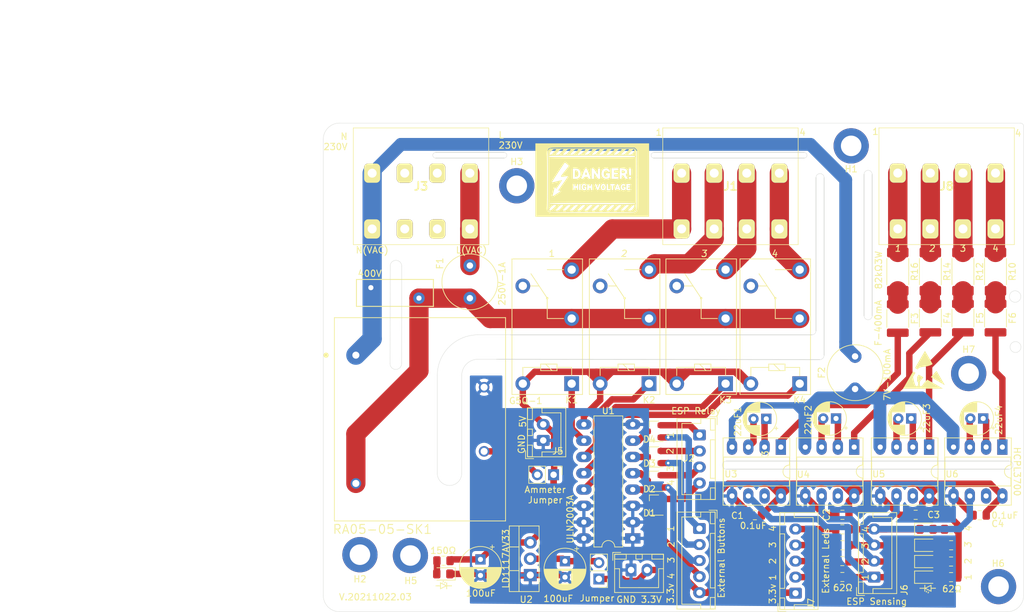
<source format=kicad_pcb>
(kicad_pcb (version 20171130) (host pcbnew "(5.1.6)-1")
  (layers (0 F.Cu signal) (31 B.Cu signal) (34 B.Paste user) (35 F.Paste user) (36 B.SilkS user) (37 F.SilkS user) (38 B.Mask user) (39 F.Mask user) (44 Edge.Cuts user))
  (net 0 "")
  (net 1 "220VAC(L)")
  (net 2 "220VAC(N)")
  (net 3 5V+)
  (net 4 3.3V+)
  (net 5 Sens4)
  (net 6 Sens3)
  (net 7 Sens2)
  (net 8 Sens1)
  (net 9 REO4)
  (net 10 REO3)
  (net 11 REO2)
  (net 12 REO1)
  (net 13 "Net-(22uF1-Pad2)")
  (net 14 "Net-(22uF1-Pad1)")
  (net 15 "Net-(22uF2-Pad2)")
  (net 16 "Net-(22uF2-Pad1)")
  (net 17 "Net-(22uF3-Pad2)")
  (net 18 "Net-(22uF3-Pad1)")
  (net 19 "Net-(22uF4-Pad2)")
  (net 20 "Net-(22uF4-Pad1)")
  (net 21 "GND(5V)")
  (net 22 REI1)
  (net 23 REI2)
  (net 24 REI3)
  (net 25 REI4)
  (net 26 "Net-(F1-Pad1)")
  (net 27 EspSens1)
  (net 28 EspSens2)
  (net 29 EspSens3)
  (net 30 EspSens4)
  (net 31 EspRel1)
  (net 32 EspRel2)
  (net 33 EspRel3)
  (net 34 EspRel4)
  (net 35 "Net-(J7-Pad5)")
  (net 36 "Net-(J7-Pad4)")
  (net 37 "Net-(J7-Pad3)")
  (net 38 "Net-(J7-Pad2)")
  (net 39 "Net-(D5-Pad2)")
  (net 40 "Net-(D6-Pad2)")
  (net 41 "Net-(D7-Pad2)")
  (net 42 "Net-(D8-Pad2)")
  (net 43 "Net-(D1-Pad2)")
  (net 44 "Net-(D4-Pad2)")
  (net 45 "Net-(D9-Pad2)")
  (net 46 "Net-(J9-Pad2)")
  (net 47 "Net-(F2-Pad1)")
  (net 48 "Net-(F3-Pad2)")
  (net 49 "Net-(F3-Pad1)")
  (net 50 "Net-(F4-Pad2)")
  (net 51 "Net-(F4-Pad1)")
  (net 52 "Net-(F5-Pad2)")
  (net 53 "Net-(F5-Pad1)")
  (net 54 "Net-(F6-Pad2)")
  (net 55 "Net-(F6-Pad1)")
  (net 56 "Net-(D1-Pad1)")
  (net 57 "Net-(D2-Pad1)")
  (net 58 "Net-(D3-Pad1)")
  (net 59 "Net-(D4-Pad1)")
  (net 60 D2)
  (net 61 D3)
  (net 62 "Net-(100uF_2-Pad1)")
  (module Connector_PinHeader_2.54mm:PinHeader_1x02_P2.54mm_Vertical (layer F.Cu) (at 141.9733 138.4681 180)
    (fp_text reference J11 hide)
    (fp_text value "Current Jumper" hide)
    (fp_text user Jumper (at 0.2794 -2.9972 180) (layer F.SilkS))
    (pad 2 thru_hole oval (at 0 2.54 180) (size 1.7 1.7) (drill 1) (layers *.Cu *.Mask) (net 62 "Net-(100uF_2-Pad1)"))
    (pad 1 thru_hole rect (at 0 0 180) (size 1.7 1.7) (drill 1) (layers *.Cu *.Mask) (net 4 3.3V+))
  )
  (module Connector_JST:JST_XH_B2B-XH-A_1x02_P2.50mm_Vertical (layer F.Cu) (at 146.9917 137.0711)
    (fp_text reference J10 hide)
    (fp_text value "GND 3.3V" (at 1.25 4.6) (layer F.SilkS))
    (pad 2 thru_hole oval (at 2.5 0) (size 1.7 2) (drill 1) (layers *.Cu *.Mask) (net 4 3.3V+))
    (pad 1 thru_hole roundrect (at 0 0) (size 1.7 2) (drill 1) (layers *.Cu *.Mask) (roundrect_rratio 0.147059) (net 21 "GND(5V)"))
  )
  (module Symbol:ESD-Logo_6.6x6mm_SilkScreen (layer F.Cu) (at 192.6717 105.8291)
    (fp_text reference REF** hide)
    (fp_text value ESD-Logo_6.6x6mm_SilkScreen hide)
  )
  (module icons:led_6000dpi (layer F.Cu) (at 117.7925 139.3825)
    (fp_text reference e hide)
    (fp_text value " " hide)
  )
  (module icons:led_6000dpi (layer F.Cu) (at 193.2559 140.0683 180)
    (fp_text reference " " hide)
    (fp_text value " " hide)
  )
  (module LED_SMD:LED_0805_2012Metric_Pad1.15x1.40mm_HandSolder (layer F.Cu) (at 193.0691 130.7211)
    (fp_text reference D8 hide)
    (fp_text value LED)
    (pad 2 smd roundrect (at 1.025 0) (size 1.15 1.4) (layers F.Cu F.Paste F.Mask) (roundrect_rratio 0.217391) (net 42 "Net-(D8-Pad2)"))
    (pad 1 smd roundrect (at -1.025 0) (size 1.15 1.4) (layers F.Cu F.Paste F.Mask) (roundrect_rratio 0.217391) (net 27 EspSens1))
  )
  (module Resistor_SMD:R_0805_2012Metric_Pad1.15x1.40mm_HandSolder (layer F.Cu) (at 117.7417 135.6233)
    (fp_text reference R9 hide)
    (fp_text value 150Ω (at -0.0508 -1.5748) (layer F.SilkS))
    (pad 2 smd roundrect (at 1.025 0) (size 1.15 1.4) (layers F.Cu F.Paste F.Mask) (roundrect_rratio 0.217391) (net 3 5V+))
    (pad 1 smd roundrect (at -1.025 0) (size 1.15 1.4) (layers F.Cu F.Paste F.Mask) (roundrect_rratio 0.217391) (net 45 "Net-(D9-Pad2)"))
  )
  (module LED_SMD:LED_0805_2012Metric_Pad1.15x1.40mm_HandSolder (layer F.Cu) (at 117.7163 137.6807 180)
    (fp_text reference D9 hide)
    (fp_text value LED hide)
    (pad 2 smd roundrect (at 1.025 0 180) (size 1.15 1.4) (layers F.Cu F.Paste F.Mask) (roundrect_rratio 0.217391) (net 45 "Net-(D9-Pad2)"))
    (pad 1 smd roundrect (at -1.025 0 180) (size 1.15 1.4) (layers F.Cu F.Paste F.Mask) (roundrect_rratio 0.217391) (net 21 "GND(5V)"))
  )
  (module Capacitor_SMD:C_0805_2012Metric_Pad1.15x1.40mm_HandSolder (layer F.Cu) (at 201.3585 128.524 180)
    (fp_text reference C4 (at -2.8194 -1.3335) (layer F.SilkS))
    (fp_text value 0.1uF (at -3.9116 -0.0381) (layer F.SilkS))
    (pad 2 smd roundrect (at 1.025 0 180) (size 1.15 1.4) (layers F.Cu F.Paste F.Mask) (roundrect_rratio 0.217391) (net 21 "GND(5V)"))
    (pad 1 smd roundrect (at -1.025 0 180) (size 1.15 1.4) (layers F.Cu F.Paste F.Mask) (roundrect_rratio 0.217391) (net 4 3.3V+))
  )
  (module Capacitor_SMD:C_0805_2012Metric_Pad1.15x1.40mm_HandSolder (layer F.Cu) (at 191.38 128.4605 180)
    (fp_text reference C3 (at -2.803 0) (layer F.SilkS))
    (fp_text value 0.1uF)
    (pad 2 smd roundrect (at 1.025 0 180) (size 1.15 1.4) (layers F.Cu F.Paste F.Mask) (roundrect_rratio 0.217391) (net 21 "GND(5V)"))
    (pad 1 smd roundrect (at -1.025 0 180) (size 1.15 1.4) (layers F.Cu F.Paste F.Mask) (roundrect_rratio 0.217391) (net 4 3.3V+))
  )
  (module Capacitor_SMD:C_0805_2012Metric_Pad1.15x1.40mm_HandSolder (layer F.Cu) (at 166.2975 128.524 180)
    (fp_text reference C1 (at 2.7215 -0.0635) (layer F.SilkS))
    (fp_text value 0.1uF (at 0.245 -1.6383) (layer F.SilkS))
    (pad 2 smd roundrect (at 1.025 0 180) (size 1.15 1.4) (layers F.Cu F.Paste F.Mask) (roundrect_rratio 0.217391) (net 21 "GND(5V)"))
    (pad 1 smd roundrect (at -1.025 0 180) (size 1.15 1.4) (layers F.Cu F.Paste F.Mask) (roundrect_rratio 0.217391) (net 4 3.3V+))
  )
  (module Capacitor_SMD:C_0805_2012Metric_Pad1.15x1.40mm_HandSolder (layer F.Cu) (at 179.95 128.4605 180)
    (fp_text reference C2 (at 2.4675 0 90) (layer F.SilkS))
    (fp_text value 0.1uF)
    (pad 2 smd roundrect (at 1.025 0 180) (size 1.15 1.4) (layers F.Cu F.Paste F.Mask) (roundrect_rratio 0.217391) (net 21 "GND(5V)"))
    (pad 1 smd roundrect (at -1.025 0 180) (size 1.15 1.4) (layers F.Cu F.Paste F.Mask) (roundrect_rratio 0.217391) (net 4 3.3V+))
  )
  (module Fuse:Fuse_Littelfuse_372_D8.50mm (layer F.Cu) (at 181.9275 103.759 270)
    (fp_text reference F2 (at 2.54 5.207 90) (layer F.SilkS))
    (fp_text value F250V)
    (pad 2 thru_hole circle (at 5.08 0 270) (size 2 2) (drill 1) (layers *.Cu *.Mask) (net 2 "220VAC(N)"))
    (pad 1 thru_hole circle (at 0 0 270) (size 2 2) (drill 1) (layers *.Cu *.Mask) (net 47 "Net-(F2-Pad1)"))
  )
  (module LED_SMD:LED_0805_2012Metric_Pad1.15x1.40mm_HandSolder (layer F.Cu) (at 193.0691 133.2103)
    (fp_text reference D7 hide)
    (fp_text value LED)
    (pad 2 smd roundrect (at 1.025 0) (size 1.15 1.4) (layers F.Cu F.Paste F.Mask) (roundrect_rratio 0.217391) (net 41 "Net-(D7-Pad2)"))
    (pad 1 smd roundrect (at -1.025 0) (size 1.15 1.4) (layers F.Cu F.Paste F.Mask) (roundrect_rratio 0.217391) (net 28 EspSens2))
  )
  (module LED_SMD:LED_0805_2012Metric_Pad1.15x1.40mm_HandSolder (layer F.Cu) (at 193.0691 135.7503)
    (fp_text reference D6 hide)
    (fp_text value LED)
    (pad 2 smd roundrect (at 1.025 0) (size 1.15 1.4) (layers F.Cu F.Paste F.Mask) (roundrect_rratio 0.217391) (net 40 "Net-(D6-Pad2)"))
    (pad 1 smd roundrect (at -1.025 0) (size 1.15 1.4) (layers F.Cu F.Paste F.Mask) (roundrect_rratio 0.217391) (net 29 EspSens3))
  )
  (module LED_SMD:LED_0805_2012Metric_Pad1.15x1.40mm_HandSolder (layer F.Cu) (at 193.0691 138.1887)
    (fp_text reference D5 hide)
    (fp_text value LED)
    (pad 2 smd roundrect (at 1.025 0) (size 1.15 1.4) (layers F.Cu F.Paste F.Mask) (roundrect_rratio 0.217391) (net 39 "Net-(D5-Pad2)"))
    (pad 1 smd roundrect (at -1.025 0) (size 1.15 1.4) (layers F.Cu F.Paste F.Mask) (roundrect_rratio 0.217391) (net 30 EspSens4))
  )
  (module Package_TO_SOT_SMD:SOT-23 (layer F.Cu) (at 150.606 126.9435 180)
    (fp_text reference D1 (at 0.75 -1.25) (layer F.SilkS))
    (fp_text value D_Schottky_x2_KCom_AAK)
    (pad 3 smd rect (at 1 0 180) (size 0.9 0.8) (layers F.Cu F.Paste F.Mask) (net 34 EspRel4))
    (pad 2 smd rect (at -1 0.95 180) (size 0.9 0.8) (layers F.Cu F.Paste F.Mask) (net 43 "Net-(D1-Pad2)"))
    (pad 1 smd rect (at -1 -0.95 180) (size 0.9 0.8) (layers F.Cu F.Paste F.Mask) (net 56 "Net-(D1-Pad1)"))
  )
  (module Package_TO_SOT_SMD:SOT-23 (layer F.Cu) (at 150.606 123.2435 180)
    (fp_text reference D2 (at 0.75 -1.2) (layer F.SilkS))
    (fp_text value D_Schottky_x2_KCom_AAK)
    (pad 3 smd rect (at 1 0 180) (size 0.9 0.8) (layers F.Cu F.Paste F.Mask) (net 33 EspRel3))
    (pad 2 smd rect (at -1 0.95 180) (size 0.9 0.8) (layers F.Cu F.Paste F.Mask) (net 61 D3))
    (pad 1 smd rect (at -1 -0.95 180) (size 0.9 0.8) (layers F.Cu F.Paste F.Mask) (net 57 "Net-(D2-Pad1)"))
  )
  (module Package_TO_SOT_SMD:SOT-23 (layer F.Cu) (at 150.606 119.4435 180)
    (fp_text reference D3 (at 0.75 -1) (layer F.SilkS))
    (fp_text value D_Schottky_x2_KCom_AAK)
    (pad 3 smd rect (at 1 0 180) (size 0.9 0.8) (layers F.Cu F.Paste F.Mask) (net 32 EspRel2))
    (pad 2 smd rect (at -1 0.95 180) (size 0.9 0.8) (layers F.Cu F.Paste F.Mask) (net 60 D2))
    (pad 1 smd rect (at -1 -0.95 180) (size 0.9 0.8) (layers F.Cu F.Paste F.Mask) (net 58 "Net-(D3-Pad1)"))
  )
  (module Package_TO_SOT_SMD:SOT-23 (layer F.Cu) (at 150.606 115.443 180)
    (fp_text reference D4 (at 0.75 -1.25) (layer F.SilkS))
    (fp_text value D_Schottky_x2_KCom_AAK)
    (pad 3 smd rect (at 1 0 180) (size 0.9 0.8) (layers F.Cu F.Paste F.Mask) (net 31 EspRel1))
    (pad 2 smd rect (at -1 0.95 180) (size 0.9 0.8) (layers F.Cu F.Paste F.Mask) (net 44 "Net-(D4-Pad2)"))
    (pad 1 smd rect (at -1 -0.95 180) (size 0.9 0.8) (layers F.Cu F.Paste F.Mask) (net 59 "Net-(D4-Pad1)"))
  )
  (module Fuse:Fuse_1812_4532Metric_Pad1.30x3.40mm_HandSolder (layer F.Cu) (at 203.8275 97.7805 270)
    (fp_text reference F6 (at 0 -2.65 90) (layer F.SilkS))
    (fp_text value Fuse)
    (pad 2 smd roundrect (at 2.225 0 270) (size 1.3 3.4) (layers F.Cu F.Paste F.Mask) (roundrect_rratio 0.192308) (net 54 "Net-(F6-Pad2)"))
    (pad 1 smd roundrect (at -2.225 0 270) (size 1.3 3.4) (layers F.Cu F.Paste F.Mask) (roundrect_rratio 0.192308) (net 55 "Net-(F6-Pad1)"))
  )
  (module Fuse:Fuse_1812_4532Metric_Pad1.30x3.40mm_HandSolder (layer F.Cu) (at 198.7475 97.7805 270)
    (fp_text reference F5 (at 0 -2.65 90) (layer F.SilkS))
    (fp_text value Fuse)
    (pad 2 smd roundrect (at 2.225 0 270) (size 1.3 3.4) (layers F.Cu F.Paste F.Mask) (roundrect_rratio 0.192308) (net 52 "Net-(F5-Pad2)"))
    (pad 1 smd roundrect (at -2.225 0 270) (size 1.3 3.4) (layers F.Cu F.Paste F.Mask) (roundrect_rratio 0.192308) (net 53 "Net-(F5-Pad1)"))
  )
  (module Fuse:Fuse_1812_4532Metric_Pad1.30x3.40mm_HandSolder (layer F.Cu) (at 193.6675 97.7805 270)
    (fp_text reference F4 (at 0 -2.65 90) (layer F.SilkS))
    (fp_text value Fuse)
    (pad 2 smd roundrect (at 2.225 0 270) (size 1.3 3.4) (layers F.Cu F.Paste F.Mask) (roundrect_rratio 0.192308) (net 50 "Net-(F4-Pad2)"))
    (pad 1 smd roundrect (at -2.225 0 270) (size 1.3 3.4) (layers F.Cu F.Paste F.Mask) (roundrect_rratio 0.192308) (net 51 "Net-(F4-Pad1)"))
  )
  (module Fuse:Fuse_1812_4532Metric_Pad1.30x3.40mm_HandSolder (layer F.Cu) (at 188.5875 97.844 270)
    (fp_text reference F3 (at 0 -2.65 90) (layer F.SilkS))
    (fp_text value Fuse)
    (pad 2 smd roundrect (at 2.225 0 270) (size 1.3 3.4) (layers F.Cu F.Paste F.Mask) (roundrect_rratio 0.192308) (net 48 "Net-(F3-Pad2)"))
    (pad 1 smd roundrect (at -2.225 0 270) (size 1.3 3.4) (layers F.Cu F.Paste F.Mask) (roundrect_rratio 0.192308) (net 49 "Net-(F3-Pad1)"))
  )
  (module Resistor_SMD:R_0805_2012Metric_Pad1.15x1.40mm_HandSolder (layer F.Cu) (at 196.9085 130.7211)
    (fp_text reference R8 hide)
    (fp_text value 62Ω)
    (pad 2 smd roundrect (at 1.025 0) (size 1.15 1.4) (layers F.Cu F.Paste F.Mask) (roundrect_rratio 0.217391) (net 4 3.3V+))
    (pad 1 smd roundrect (at -1.025 0) (size 1.15 1.4) (layers F.Cu F.Paste F.Mask) (roundrect_rratio 0.217391) (net 42 "Net-(D8-Pad2)"))
  )
  (module Resistor_SMD:R_0805_2012Metric_Pad1.15x1.40mm_HandSolder (layer F.Cu) (at 196.9085 133.207)
    (fp_text reference R7 hide)
    (fp_text value 62Ω)
    (pad 2 smd roundrect (at 1.025 0) (size 1.15 1.4) (layers F.Cu F.Paste F.Mask) (roundrect_rratio 0.217391) (net 4 3.3V+))
    (pad 1 smd roundrect (at -1.025 0) (size 1.15 1.4) (layers F.Cu F.Paste F.Mask) (roundrect_rratio 0.217391) (net 41 "Net-(D7-Pad2)"))
  )
  (module Resistor_SMD:R_0805_2012Metric_Pad1.15x1.40mm_HandSolder (layer F.Cu) (at 196.8971 135.7503)
    (fp_text reference R6 hide)
    (fp_text value 62Ω)
    (pad 2 smd roundrect (at 1.025 0) (size 1.15 1.4) (layers F.Cu F.Paste F.Mask) (roundrect_rratio 0.217391) (net 4 3.3V+))
    (pad 1 smd roundrect (at -1.025 0) (size 1.15 1.4) (layers F.Cu F.Paste F.Mask) (roundrect_rratio 0.217391) (net 40 "Net-(D6-Pad2)"))
  )
  (module Resistor_SMD:R_0805_2012Metric_Pad1.15x1.40mm_HandSolder (layer F.Cu) (at 196.8971 138.1887)
    (fp_text reference R5 hide)
    (fp_text value 62Ω)
    (pad 2 smd roundrect (at 1.025 0) (size 1.15 1.4) (layers F.Cu F.Paste F.Mask) (roundrect_rratio 0.217391) (net 4 3.3V+))
    (pad 1 smd roundrect (at -1.025 0) (size 1.15 1.4) (layers F.Cu F.Paste F.Mask) (roundrect_rratio 0.217391) (net 39 "Net-(D5-Pad2)"))
  )
  (module Resistor_SMD:R_0805_2012Metric_Pad1.15x1.40mm_HandSolder (layer F.Cu) (at 179.945 138.16 180)
    (fp_text reference R4 hide)
    (fp_text value 62Ω (at -0.0775 -1.6797) (layer F.SilkS))
    (pad 2 smd roundrect (at 1.025 0 180) (size 1.15 1.4) (layers F.Cu F.Paste F.Mask) (roundrect_rratio 0.217391) (net 38 "Net-(J7-Pad2)"))
    (pad 1 smd roundrect (at -1.025 0 180) (size 1.15 1.4) (layers F.Cu F.Paste F.Mask) (roundrect_rratio 0.217391) (net 30 EspSens4))
  )
  (module Resistor_SMD:R_0805_2012Metric_Pad1.15x1.40mm_HandSolder (layer F.Cu) (at 179.936 135.6835 180)
    (fp_text reference R3 hide)
    (fp_text value 62Ω)
    (pad 2 smd roundrect (at 1.025 0 180) (size 1.15 1.4) (layers F.Cu F.Paste F.Mask) (roundrect_rratio 0.217391) (net 37 "Net-(J7-Pad3)"))
    (pad 1 smd roundrect (at -1.025 0 180) (size 1.15 1.4) (layers F.Cu F.Paste F.Mask) (roundrect_rratio 0.217391) (net 29 EspSens3))
  )
  (module Resistor_SMD:R_0805_2012Metric_Pad1.15x1.40mm_HandSolder (layer F.Cu) (at 179.945 133.207 180)
    (fp_text reference R2 hide)
    (fp_text value 62Ω)
    (pad 2 smd roundrect (at 1.025 0 180) (size 1.15 1.4) (layers F.Cu F.Paste F.Mask) (roundrect_rratio 0.217391) (net 36 "Net-(J7-Pad4)"))
    (pad 1 smd roundrect (at -1.025 0 180) (size 1.15 1.4) (layers F.Cu F.Paste F.Mask) (roundrect_rratio 0.217391) (net 28 EspSens2))
  )
  (module Resistor_SMD:R_0805_2012Metric_Pad1.15x1.40mm_HandSolder (layer F.Cu) (at 179.936 130.7305 180)
    (fp_text reference R1 hide)
    (fp_text value 62Ω)
    (pad 2 smd roundrect (at 1.025 0 180) (size 1.15 1.4) (layers F.Cu F.Paste F.Mask) (roundrect_rratio 0.217391) (net 35 "Net-(J7-Pad5)"))
    (pad 1 smd roundrect (at -1.025 0 180) (size 1.15 1.4) (layers F.Cu F.Paste F.Mask) (roundrect_rratio 0.217391) (net 27 EspSens1))
  )
  (module Resistor_SMD:R_2512_6332Metric_Pad1.52x3.35mm_HandSolder (layer F.Cu) (at 188.5875 90.536 270)
    (fp_text reference R16 (at 0 -2.62 90) (layer F.SilkS))
    (fp_text value 82k3w)
    (pad 2 smd roundrect (at 2.9875 0 270) (size 1.525 3.35) (layers F.Cu F.Paste F.Mask) (roundrect_rratio 0.163934) (net 49 "Net-(F3-Pad1)"))
    (pad 1 smd roundrect (at -2.9875 0 270) (size 1.525 3.35) (layers F.Cu F.Paste F.Mask) (roundrect_rratio 0.163934) (net 7 Sens2))
  )
  (module Resistor_SMD:R_2512_6332Metric_Pad1.52x3.35mm_HandSolder (layer F.Cu) (at 193.6675 90.536 270)
    (fp_text reference R14 (at 0 -2.62 90) (layer F.SilkS))
    (fp_text value 82k3w)
    (pad 2 smd roundrect (at 2.9875 0 270) (size 1.525 3.35) (layers F.Cu F.Paste F.Mask) (roundrect_rratio 0.163934) (net 51 "Net-(F4-Pad1)"))
    (pad 1 smd roundrect (at -2.9875 0 270) (size 1.525 3.35) (layers F.Cu F.Paste F.Mask) (roundrect_rratio 0.163934) (net 8 Sens1))
  )
  (module Resistor_SMD:R_2512_6332Metric_Pad1.52x3.35mm_HandSolder (layer F.Cu) (at 198.7475 90.536 270)
    (fp_text reference R12 (at 0 -2.62 90) (layer F.SilkS))
    (fp_text value 82k3w)
    (pad 2 smd roundrect (at 2.9875 0 270) (size 1.525 3.35) (layers F.Cu F.Paste F.Mask) (roundrect_rratio 0.163934) (net 53 "Net-(F5-Pad1)"))
    (pad 1 smd roundrect (at -2.9875 0 270) (size 1.525 3.35) (layers F.Cu F.Paste F.Mask) (roundrect_rratio 0.163934) (net 6 Sens3))
  )
  (module Resistor_SMD:R_2512_6332Metric_Pad1.52x3.35mm_HandSolder (layer F.Cu) (at 203.8275 90.536 270)
    (fp_text reference R10 (at 0 -2.62 90) (layer F.SilkS))
    (fp_text value 82k3w)
    (pad 2 smd roundrect (at 2.9875 0 270) (size 1.525 3.35) (layers F.Cu F.Paste F.Mask) (roundrect_rratio 0.163934) (net 55 "Net-(F6-Pad1)"))
    (pad 1 smd roundrect (at -2.9875 0 270) (size 1.525 3.35) (layers F.Cu F.Paste F.Mask) (roundrect_rratio 0.163934) (net 5 Sens4))
  )
  (module Capacitor_THT:CP_Radial_D5.0mm_P2.00mm (layer F.Cu) (at 201.9065 113.4435 180)
    (fp_text reference 22uF4 (at -2.4365 -0.2215 90) (layer F.SilkS))
    (fp_text value 22uF)
    (pad 2 thru_hole circle (at 2 0 180) (size 1.6 1.6) (drill 0.8) (layers *.Cu *.Mask) (net 19 "Net-(22uF4-Pad2)"))
    (pad 1 thru_hole rect (at 0 0 180) (size 1.6 1.6) (drill 0.8) (layers *.Cu *.Mask) (net 20 "Net-(22uF4-Pad1)"))
  )
  (module Capacitor_THT:CP_Radial_D5.0mm_P2.00mm (layer F.Cu) (at 190.6765 113.4435 180)
    (fp_text reference 22uF3 (at -2.427 0.0325 90) (layer F.SilkS))
    (fp_text value 22uF)
    (pad 2 thru_hole circle (at 2 0 180) (size 1.6 1.6) (drill 0.8) (layers *.Cu *.Mask) (net 17 "Net-(22uF3-Pad2)"))
    (pad 1 thru_hole rect (at 0 0 180) (size 1.6 1.6) (drill 0.8) (layers *.Cu *.Mask) (net 18 "Net-(22uF3-Pad1)"))
  )
  (module Capacitor_THT:CP_Radial_D5.0mm_P2.00mm (layer F.Cu) (at 178.9605 113.4435 180)
    (fp_text reference 22uF2 (at 4.3355 -0.2215 90) (layer F.SilkS))
    (fp_text value 22uF)
    (pad 2 thru_hole circle (at 2 0 180) (size 1.6 1.6) (drill 0.8) (layers *.Cu *.Mask) (net 15 "Net-(22uF2-Pad2)"))
    (pad 1 thru_hole rect (at 0 0 180) (size 1.6 1.6) (drill 0.8) (layers *.Cu *.Mask) (net 16 "Net-(22uF2-Pad1)"))
  )
  (module Capacitor_THT:CP_Radial_D5.0mm_P2.00mm (layer F.Cu) (at 168.0845 113.4999 180)
    (fp_text reference 22uF1 (at 4.445 -0.4191 90) (layer F.SilkS))
    (fp_text value 22uF)
    (pad 2 thru_hole circle (at 2 0 180) (size 1.6 1.6) (drill 0.8) (layers *.Cu *.Mask) (net 13 "Net-(22uF1-Pad2)"))
    (pad 1 thru_hole rect (at 0 0 180) (size 1.6 1.6) (drill 0.8) (layers *.Cu *.Mask) (net 14 "Net-(22uF1-Pad1)"))
  )
  (module 1017505_updated_pretty:1017505_pretty (layer F.Cu) (at 203.8275 83.8715 180)
    (fp_text reference J8 (at 7.62 6.65) (layer F.SilkS) (effects (font (size 1.27 1.27) (thickness 0.254))))
    (fp_text value 1017505 hide)
    (pad 1 thru_hole roundrect (at 0 0 270) (size 3 2.5) (drill 1.4) (layers *.Cu *.Mask F.SilkS) (net 5 Sens4))
    (pad 2 thru_hole roundrect (at 0 8.7 270) (size 3 2.5) (drill 1.4) (layers *.Cu *.Mask F.SilkS) (net 5 Sens4))
    (pad 3 thru_hole roundrect (at 5.08 0 270) (size 3 2.5) (drill 1.4) (layers *.Cu *.Mask F.SilkS) (net 6 Sens3))
    (pad 4 thru_hole roundrect (at 5.08 8.7 270) (size 3 2.5) (drill 1.4) (layers *.Cu *.Mask F.SilkS) (net 6 Sens3))
    (pad 5 thru_hole roundrect (at 10.16 0 270) (size 3 2.5) (drill 1.4) (layers *.Cu *.Mask F.SilkS) (net 8 Sens1))
    (pad 6 thru_hole roundrect (at 10.16 8.7 270) (size 3 2.5) (drill 1.4) (layers *.Cu *.Mask F.SilkS) (net 8 Sens1))
    (pad 7 thru_hole roundrect (at 15.24 0 270) (size 3 2.5) (drill 1.4) (layers *.Cu *.Mask F.SilkS) (net 7 Sens2))
    (pad 8 thru_hole roundrect (at 15.24 8.7 270) (size 3 2.5) (drill 1.4) (layers *.Cu *.Mask F.SilkS) (net 7 Sens2))
  )
  (module 1017505_updated_pretty:1017505_pretty (layer F.Cu) (at 121.8565 83.8835 180)
    (fp_text reference J3 (at 7.62 6.65) (layer F.SilkS) (effects (font (size 1.27 1.27) (thickness 0.254))))
    (fp_text value 1017505 hide)
    (pad 1 thru_hole roundrect (at 0 0 270) (size 3 2.5) (drill 1.4) (layers *.Cu *.Mask F.SilkS) (net 26 "Net-(F1-Pad1)"))
    (pad 2 thru_hole roundrect (at 0 8.7 270) (size 3 2.5) (drill 1.4) (layers *.Cu *.Mask F.SilkS) (net 26 "Net-(F1-Pad1)"))
    (pad 3 thru_hole roundrect (at 5.08 0 270) (size 3 2.5) (drill 1.4) (layers *.Cu *.Mask F.SilkS))
    (pad 4 thru_hole roundrect (at 5.08 8.7 270) (size 3 2.5) (drill 1.4) (layers *.Cu *.Mask F.SilkS))
    (pad 5 thru_hole roundrect (at 10.16 0 270) (size 3 2.5) (drill 1.4) (layers *.Cu *.Mask F.SilkS))
    (pad 6 thru_hole roundrect (at 10.16 8.7 270) (size 3 2.5) (drill 1.4) (layers *.Cu *.Mask F.SilkS))
    (pad 7 thru_hole roundrect (at 15.24 0 270) (size 3 2.5) (drill 1.4) (layers *.Cu *.Mask F.SilkS) (net 47 "Net-(F2-Pad1)"))
    (pad 8 thru_hole roundrect (at 15.24 8.7 270) (size 3 2.5) (drill 1.4) (layers *.Cu *.Mask F.SilkS) (net 47 "Net-(F2-Pad1)"))
  )
  (module 1017505_updated_pretty:1017505_pretty (layer F.Cu) (at 170.1165 83.8835 180)
    (fp_text reference J1 (at 7.62 6.65) (layer F.SilkS) (effects (font (size 1.27 1.27) (thickness 0.254))))
    (fp_text value 1017505 hide)
    (pad 1 thru_hole roundrect (at 0 0 270) (size 3 2.5) (drill 1.4) (layers *.Cu *.Mask F.SilkS) (net 9 REO4))
    (pad 2 thru_hole roundrect (at 0 8.7 270) (size 3 2.5) (drill 1.4) (layers *.Cu *.Mask F.SilkS) (net 9 REO4))
    (pad 3 thru_hole roundrect (at 5.08 0 270) (size 3 2.5) (drill 1.4) (layers *.Cu *.Mask F.SilkS) (net 10 REO3))
    (pad 4 thru_hole roundrect (at 5.08 8.7 270) (size 3 2.5) (drill 1.4) (layers *.Cu *.Mask F.SilkS) (net 10 REO3))
    (pad 5 thru_hole roundrect (at 10.16 0 270) (size 3 2.5) (drill 1.4) (layers *.Cu *.Mask F.SilkS) (net 11 REO2))
    (pad 6 thru_hole roundrect (at 10.16 8.7 270) (size 3 2.5) (drill 1.4) (layers *.Cu *.Mask F.SilkS) (net 11 REO2))
    (pad 7 thru_hole roundrect (at 15.24 0 270) (size 3 2.5) (drill 1.4) (layers *.Cu *.Mask F.SilkS) (net 12 REO1))
    (pad 8 thru_hole roundrect (at 15.24 8.7 270) (size 3 2.5) (drill 1.4) (layers *.Cu *.Mask F.SilkS) (net 12 REO1))
  )
  (module Connector_PinHeader_2.54mm:PinHeader_1x02_P2.54mm_Vertical (layer F.Cu) (at 134.9121 122.21464 270)
    (fp_text reference J9 hide)
    (fp_text value "Current Jumper" hide)
    (pad 2 thru_hole oval (at 0 2.54 270) (size 1.7 1.7) (drill 1) (layers *.Cu *.Mask) (net 46 "Net-(J9-Pad2)"))
    (pad 1 thru_hole rect (at 0 0 270) (size 1.7 1.7) (drill 1) (layers *.Cu *.Mask) (net 3 5V+))
  )
  (module MountingHole:MountingHole_3.2mm_M3_ISO14580_Pad (layer F.Cu) (at 199.644 106.426)
    (fp_text reference H7 (at 0 -3.75) (layer F.SilkS))
    (fp_text value MountingHole_Pad)
    (pad 1 thru_hole circle (at 0 0) (size 5.5 5.5) (drill 3.2) (layers *.Cu *.Mask))
  )
  (module Capacitor_THT:CP_Radial_D6.3mm_P2.50mm (layer F.Cu) (at 136.6901 135.6887 270)
    (fp_text reference 100uF_2 hide)
    (fp_text value 100uF hide)
    (fp_text user 100uF (at 5.8528 1.0414) (layer F.SilkS))
    (pad 2 thru_hole circle (at 2.5 0 270) (size 1.6 1.6) (drill 0.8) (layers *.Cu *.Mask) (net 21 "GND(5V)"))
    (pad 1 thru_hole rect (at 0 0 270) (size 1.6 1.6) (drill 0.8) (layers *.Cu *.Mask) (net 62 "Net-(100uF_2-Pad1)"))
  )
  (module Capacitor_THT:CP_Radial_D6.3mm_P2.50mm (layer F.Cu) (at 123.5075 135.4201 270)
    (fp_text reference 100uF_1 hide)
    (fp_text value 100uF hide)
    (fp_text user 100uF (at 5.2832 -0.0508) (layer F.SilkS))
    (pad 2 thru_hole circle (at 2.5 0 270) (size 1.6 1.6) (drill 0.8) (layers *.Cu *.Mask) (net 21 "GND(5V)"))
    (pad 1 thru_hole rect (at 0 0 270) (size 1.6 1.6) (drill 0.8) (layers *.Cu *.Mask) (net 3 5V+))
  )
  (module icons:danger1_negative (layer F.Cu) (at 140.9065 76.2635)
    (fp_text reference G*** hide)
    (fp_text value LOGO hide)
  )
  (module Varistor:RV_Disc_D12mm_W4.2mm_P7.5mm (layer F.Cu) (at 106.4165 93.04017)
    (fp_text reference RV1 hide)
    (fp_text value 400V (at -0.181 -2.19707) (layer F.SilkS))
    (pad 2 thru_hole circle (at 7.5 1.63333) (size 1.8 1.8) (drill 0.8) (layers *.Cu *.Mask) (net 1 "220VAC(L)"))
    (pad 1 thru_hole circle (at 0 0) (size 1.8 1.8) (drill 0.8) (layers *.Cu *.Mask) (net 47 "Net-(F2-Pad1)"))
  )
  (module MountingHole:MountingHole_3.2mm_M3_ISO14580_Pad (layer F.Cu) (at 129.1717 77.1525)
    (fp_text reference H3 (at 0 -3.75) (layer F.SilkS))
    (fp_text value MountingHole_Pad)
    (pad 1 thru_hole circle (at 0 0) (size 5.5 5.5) (drill 3.2) (layers *.Cu *.Mask))
  )
  (module Relay_THT:Relay_SPDT_Omron-G5Q-1 (layer F.Cu) (at 161.7345 108.0135 90)
    (fp_text reference K3 (at -2.54 0) (layer F.SilkS))
    (fp_text value G5Q-1)
    (pad 1 thru_hole rect (at 0 0 270) (size 2.3 2.3) (drill 1.3) (layers *.Cu *.Mask) (net 24 REI3))
    (pad 2 thru_hole circle (at 10.16 0 270) (size 2.3 2.3) (drill 1.3) (layers *.Cu *.Mask) (net 1 "220VAC(L)"))
    (pad 3 thru_hole circle (at 17.78 0 270) (size 2.3 2.3) (drill 1.3) (layers *.Cu *.Mask) (net 10 REO3))
    (pad 4 thru_hole circle (at 15.24 -7.62 270) (size 2.3 2.3) (drill 1.3) (layers *.Cu *.Mask))
    (pad 5 thru_hole circle (at 0 -7.62 270) (size 2.3 2.3) (drill 1.3) (layers *.Cu *.Mask) (net 3 5V+))
  )
  (module Package_DIP:DIP-16_W7.62mm_LongPads (layer F.Cu) (at 147.2565 132.1435 180)
    (fp_text reference U1 (at 3.81 19.9) (layer F.SilkS))
    (fp_text value ULN2003A)
    (pad 1 thru_hole rect (at 0 0 180) (size 2.4 1.6) (drill 0.8) (layers *.Cu *.Mask) (net 21 "GND(5V)"))
    (pad 9 thru_hole oval (at 7.62 17.78 180) (size 2.4 1.6) (drill 0.8) (layers *.Cu *.Mask) (net 3 5V+))
    (pad 2 thru_hole oval (at 0 2.54 180) (size 2.4 1.6) (drill 0.8) (layers *.Cu *.Mask) (net 21 "GND(5V)"))
    (pad 10 thru_hole oval (at 7.62 15.24 180) (size 2.4 1.6) (drill 0.8) (layers *.Cu *.Mask) (net 22 REI1))
    (pad 3 thru_hole oval (at 0 5.08 180) (size 2.4 1.6) (drill 0.8) (layers *.Cu *.Mask) (net 21 "GND(5V)"))
    (pad 11 thru_hole oval (at 7.62 12.7 180) (size 2.4 1.6) (drill 0.8) (layers *.Cu *.Mask) (net 23 REI2))
    (pad 4 thru_hole oval (at 0 7.62 180) (size 2.4 1.6) (drill 0.8) (layers *.Cu *.Mask) (net 34 EspRel4))
    (pad 12 thru_hole oval (at 7.62 10.16 180) (size 2.4 1.6) (drill 0.8) (layers *.Cu *.Mask) (net 24 REI3))
    (pad 5 thru_hole oval (at 0 10.16 180) (size 2.4 1.6) (drill 0.8) (layers *.Cu *.Mask) (net 33 EspRel3))
    (pad 13 thru_hole oval (at 7.62 7.62 180) (size 2.4 1.6) (drill 0.8) (layers *.Cu *.Mask) (net 25 REI4))
    (pad 6 thru_hole oval (at 0 12.7 180) (size 2.4 1.6) (drill 0.8) (layers *.Cu *.Mask) (net 32 EspRel2))
    (pad 14 thru_hole oval (at 7.62 5.08 180) (size 2.4 1.6) (drill 0.8) (layers *.Cu *.Mask) (net 21 "GND(5V)"))
    (pad 7 thru_hole oval (at 0 15.24 180) (size 2.4 1.6) (drill 0.8) (layers *.Cu *.Mask) (net 31 EspRel1))
    (pad 15 thru_hole oval (at 7.62 2.54 180) (size 2.4 1.6) (drill 0.8) (layers *.Cu *.Mask) (net 21 "GND(5V)"))
    (pad 8 thru_hole oval (at 0 17.78 180) (size 2.4 1.6) (drill 0.8) (layers *.Cu *.Mask) (net 21 "GND(5V)"))
    (pad 16 thru_hole oval (at 7.62 0 180) (size 2.4 1.6) (drill 0.8) (layers *.Cu *.Mask) (net 21 "GND(5V)"))
  )
  (module Connector_JST:JST_XH_B4B-XH-A_1x04_P2.50mm_Vertical (layer F.Cu) (at 157.6705 116.0145 270)
    (fp_text reference J2 (at 3.6322 1.6256 180) (layer F.SilkS))
    (fp_text value Conn-ESP-Relays)
    (pad 4 thru_hole oval (at 7.5 0 270) (size 1.7 1.95) (drill 0.95) (layers *.Cu *.Mask) (net 43 "Net-(D1-Pad2)"))
    (pad 3 thru_hole oval (at 5 0 270) (size 1.7 1.95) (drill 0.95) (layers *.Cu *.Mask) (net 61 D3))
    (pad 2 thru_hole oval (at 2.5 0 270) (size 1.7 1.95) (drill 0.95) (layers *.Cu *.Mask) (net 60 D2))
    (pad 1 thru_hole roundrect (at 0 0 270) (size 1.7 1.95) (drill 0.95) (layers *.Cu *.Mask) (roundrect_rratio 0.147059) (net 44 "Net-(D4-Pad2)"))
  )
  (module Connector_JST:JST_XH_B5B-XH-A_1x05_P2.50mm_Vertical (layer F.Cu) (at 172.6425 140.6835 90)
    (fp_text reference J7 (at -1.62 2.4524 270) (layer F.SilkS))
    (fp_text value Conn-LedIndicators)
    (pad 5 thru_hole oval (at 10 0 90) (size 1.7 1.95) (drill 0.95) (layers *.Cu *.Mask) (net 35 "Net-(J7-Pad5)"))
    (pad 4 thru_hole oval (at 7.5 0 90) (size 1.7 1.95) (drill 0.95) (layers *.Cu *.Mask) (net 36 "Net-(J7-Pad4)"))
    (pad 3 thru_hole oval (at 5 0 90) (size 1.7 1.95) (drill 0.95) (layers *.Cu *.Mask) (net 37 "Net-(J7-Pad3)"))
    (pad 2 thru_hole oval (at 2.5 0 90) (size 1.7 1.95) (drill 0.95) (layers *.Cu *.Mask) (net 38 "Net-(J7-Pad2)"))
    (pad 1 thru_hole roundrect (at 0 0 90) (size 1.7 1.95) (drill 0.95) (layers *.Cu *.Mask) (roundrect_rratio 0.147059) (net 4 3.3V+))
  )
  (module Package_DIP:DIP-8_W7.62mm_Socket_LongPads (layer F.Cu) (at 181.7865 117.9035 270)
    (fp_text reference U4 (at 4.2705 7.9235 180) (layer F.SilkS))
    (fp_text value HCPL3700)
    (pad 1 thru_hole rect (at 0 0 270) (size 2.4 1.6) (drill 0.8) (layers *.Cu *.Mask) (net 50 "Net-(F4-Pad2)"))
    (pad 5 thru_hole oval (at 7.62 7.62 270) (size 2.4 1.6) (drill 0.8) (layers *.Cu *.Mask) (net 21 "GND(5V)"))
    (pad 2 thru_hole oval (at 0 2.54 270) (size 2.4 1.6) (drill 0.8) (layers *.Cu *.Mask) (net 16 "Net-(22uF2-Pad1)"))
    (pad 6 thru_hole oval (at 7.62 5.08 270) (size 2.4 1.6) (drill 0.8) (layers *.Cu *.Mask) (net 29 EspSens3))
    (pad 3 thru_hole oval (at 0 5.08 270) (size 2.4 1.6) (drill 0.8) (layers *.Cu *.Mask) (net 15 "Net-(22uF2-Pad2)"))
    (pad 7 thru_hole oval (at 7.62 2.54 270) (size 2.4 1.6) (drill 0.8) (layers *.Cu *.Mask))
    (pad 4 thru_hole oval (at 0 7.62 270) (size 2.4 1.6) (drill 0.8) (layers *.Cu *.Mask) (net 2 "220VAC(N)"))
    (pad 8 thru_hole oval (at 7.62 0 270) (size 2.4 1.6) (drill 0.8) (layers *.Cu *.Mask) (net 4 3.3V+))
  )
  (module Package_DIP:DIP-8_W7.62mm_Socket_LongPads (layer F.Cu) (at 204.9005 117.9035 270)
    (fp_text reference U6 (at 4.207 7.86 180) (layer F.SilkS))
    (fp_text value HCPL3700)
    (pad 1 thru_hole rect (at 0 0 270) (size 2.4 1.6) (drill 0.8) (layers *.Cu *.Mask) (net 54 "Net-(F6-Pad2)"))
    (pad 5 thru_hole oval (at 7.62 7.62 270) (size 2.4 1.6) (drill 0.8) (layers *.Cu *.Mask) (net 21 "GND(5V)"))
    (pad 2 thru_hole oval (at 0 2.54 270) (size 2.4 1.6) (drill 0.8) (layers *.Cu *.Mask) (net 20 "Net-(22uF4-Pad1)"))
    (pad 6 thru_hole oval (at 7.62 5.08 270) (size 2.4 1.6) (drill 0.8) (layers *.Cu *.Mask) (net 27 EspSens1))
    (pad 3 thru_hole oval (at 0 5.08 270) (size 2.4 1.6) (drill 0.8) (layers *.Cu *.Mask) (net 19 "Net-(22uF4-Pad2)"))
    (pad 7 thru_hole oval (at 7.62 2.54 270) (size 2.4 1.6) (drill 0.8) (layers *.Cu *.Mask))
    (pad 4 thru_hole oval (at 0 7.62 270) (size 2.4 1.6) (drill 0.8) (layers *.Cu *.Mask) (net 2 "220VAC(N)"))
    (pad 8 thru_hole oval (at 7.62 0 270) (size 2.4 1.6) (drill 0.8) (layers *.Cu *.Mask) (net 4 3.3V+))
  )
  (module Package_DIP:DIP-8_W7.62mm_Socket_LongPads (layer F.Cu) (at 193.4705 117.9035 270)
    (fp_text reference U5 (at 4.207 7.86 180) (layer F.SilkS))
    (fp_text value HCPL3700)
    (pad 1 thru_hole rect (at 0 0 270) (size 2.4 1.6) (drill 0.8) (layers *.Cu *.Mask) (net 52 "Net-(F5-Pad2)"))
    (pad 5 thru_hole oval (at 7.62 7.62 270) (size 2.4 1.6) (drill 0.8) (layers *.Cu *.Mask) (net 21 "GND(5V)"))
    (pad 2 thru_hole oval (at 0 2.54 270) (size 2.4 1.6) (drill 0.8) (layers *.Cu *.Mask) (net 18 "Net-(22uF3-Pad1)"))
    (pad 6 thru_hole oval (at 7.62 5.08 270) (size 2.4 1.6) (drill 0.8) (layers *.Cu *.Mask) (net 28 EspSens2))
    (pad 3 thru_hole oval (at 0 5.08 270) (size 2.4 1.6) (drill 0.8) (layers *.Cu *.Mask) (net 17 "Net-(22uF3-Pad2)"))
    (pad 7 thru_hole oval (at 7.62 2.54 270) (size 2.4 1.6) (drill 0.8) (layers *.Cu *.Mask))
    (pad 4 thru_hole oval (at 0 7.62 270) (size 2.4 1.6) (drill 0.8) (layers *.Cu *.Mask) (net 2 "220VAC(N)"))
    (pad 8 thru_hole oval (at 7.62 0 270) (size 2.4 1.6) (drill 0.8) (layers *.Cu *.Mask) (net 4 3.3V+))
  )
  (module Package_DIP:DIP-8_W7.62mm_Socket_LongPads (layer F.Cu) (at 170.3565 117.9035 270)
    (fp_text reference U3 (at 4.207 7.7965 180) (layer F.SilkS))
    (fp_text value HCPL3700)
    (pad 1 thru_hole rect (at 0 0 270) (size 2.4 1.6) (drill 0.8) (layers *.Cu *.Mask) (net 48 "Net-(F3-Pad2)"))
    (pad 5 thru_hole oval (at 7.62 7.62 270) (size 2.4 1.6) (drill 0.8) (layers *.Cu *.Mask) (net 21 "GND(5V)"))
    (pad 2 thru_hole oval (at 0 2.54 270) (size 2.4 1.6) (drill 0.8) (layers *.Cu *.Mask) (net 14 "Net-(22uF1-Pad1)"))
    (pad 6 thru_hole oval (at 7.62 5.08 270) (size 2.4 1.6) (drill 0.8) (layers *.Cu *.Mask) (net 30 EspSens4))
    (pad 3 thru_hole oval (at 0 5.08 270) (size 2.4 1.6) (drill 0.8) (layers *.Cu *.Mask) (net 13 "Net-(22uF1-Pad2)"))
    (pad 7 thru_hole oval (at 7.62 2.54 270) (size 2.4 1.6) (drill 0.8) (layers *.Cu *.Mask))
    (pad 4 thru_hole oval (at 0 7.62 270) (size 2.4 1.6) (drill 0.8) (layers *.Cu *.Mask) (net 2 "220VAC(N)"))
    (pad 8 thru_hole oval (at 7.62 0 270) (size 2.4 1.6) (drill 0.8) (layers *.Cu *.Mask) (net 4 3.3V+))
  )
  (module Package_TO_SOT_THT:TO-220-3_Vertical (layer F.Cu) (at 131.2799 137.8585 90)
    (fp_text reference U2 (at -3.81 -0.635 180) (layer F.SilkS))
    (fp_text value LD1117S33TR_SOT223)
    (pad 3 thru_hole oval (at 5.08 0 90) (size 1.905 2) (drill 1.1) (layers *.Cu *.Mask) (net 3 5V+))
    (pad 2 thru_hole oval (at 2.54 0 90) (size 1.905 2) (drill 1.1) (layers *.Cu *.Mask) (net 62 "Net-(100uF_2-Pad1)"))
    (pad 1 thru_hole rect (at 0 0 90) (size 1.905 2) (drill 1.1) (layers *.Cu *.Mask) (net 21 "GND(5V)"))
  )
  (module Connector_JST:JST_XH_B5B-XH-A_1x05_P2.50mm_Vertical (layer F.Cu) (at 157.6565 130.6035 270)
    (fp_text reference J4 hide)
    (fp_text value Conn-Buttons)
    (pad 5 thru_hole oval (at 10 0 270) (size 1.7 1.95) (drill 0.95) (layers *.Cu *.Mask) (net 4 3.3V+))
    (pad 4 thru_hole oval (at 7.5 0 270) (size 1.7 1.95) (drill 0.95) (layers *.Cu *.Mask) (net 56 "Net-(D1-Pad1)"))
    (pad 3 thru_hole oval (at 5 0 270) (size 1.7 1.95) (drill 0.95) (layers *.Cu *.Mask) (net 57 "Net-(D2-Pad1)"))
    (pad 2 thru_hole oval (at 2.5 0 270) (size 1.7 1.95) (drill 0.95) (layers *.Cu *.Mask) (net 58 "Net-(D3-Pad1)"))
    (pad 1 thru_hole roundrect (at 0 0 270) (size 1.7 1.95) (drill 0.95) (layers *.Cu *.Mask) (roundrect_rratio 0.147059) (net 59 "Net-(D4-Pad1)"))
  )
  (module Connector_JST:JST_XH_B4B-XH-A_1x04_P2.50mm_Vertical (layer F.Cu) (at 184.912 138.183 90)
    (fp_text reference J6 (at -1.9972 4.6876 270) (layer F.SilkS))
    (fp_text value Conn-Esp-Sensors)
    (pad 4 thru_hole oval (at 7.5 0 90) (size 1.7 1.95) (drill 0.95) (layers *.Cu *.Mask) (net 27 EspSens1))
    (pad 3 thru_hole oval (at 5 0 90) (size 1.7 1.95) (drill 0.95) (layers *.Cu *.Mask) (net 28 EspSens2))
    (pad 2 thru_hole oval (at 2.5 0 90) (size 1.7 1.95) (drill 0.95) (layers *.Cu *.Mask) (net 29 EspSens3))
    (pad 1 thru_hole roundrect (at 0 0 90) (size 1.7 1.95) (drill 0.95) (layers *.Cu *.Mask) (roundrect_rratio 0.147059) (net 30 EspSens4))
  )
  (module Connector_JST:JST_XH_B2B-XH-A_1x02_P2.50mm_Vertical (layer F.Cu) (at 133.2992 116.85588 90)
    (fp_text reference J5 (at -1.67322 2.2733 180) (layer F.SilkS))
    (fp_text value Conn_01x02)
    (pad 2 thru_hole oval (at 2.5 0 90) (size 1.7 2) (drill 1) (layers *.Cu *.Mask) (net 3 5V+))
    (pad 1 thru_hole roundrect (at 0 0 90) (size 1.7 2) (drill 1) (layers *.Cu *.Mask) (roundrect_rratio 0.147059) (net 21 "GND(5V)"))
  )
  (module rac05-05sk:277 (layer F.Cu) (at 114.0765 113.5685)
    (fp_text reference RA05-05-SK1 (at -5.8598 17.1526) (layer F.SilkS) (effects (font (size 1.4 1.4))))
    (fp_text value RAC05-05SK_277)
    (pad 9 thru_hole circle (at 10 -5) (size 1.65 1.65) (drill 1.1) (layers *.Cu *.Mask) (net 21 "GND(5V)"))
    (pad 7 thru_hole circle (at 10 5) (size 1.65 1.65) (drill 1.1) (layers *.Cu *.Mask) (net 46 "Net-(J9-Pad2)"))
    (pad 5 thru_hole circle (at -10 10) (size 1.65 1.65) (drill 1.1) (layers *.Cu *.Mask) (net 1 "220VAC(L)"))
    (pad 1 thru_hole rect (at -10 -10) (size 1.65 1.65) (drill 1.1) (layers *.Cu *.Mask) (net 47 "Net-(F2-Pad1)"))
  )
  (module MountingHole:MountingHole_3.2mm_M3_ISO14580_Pad (layer F.Cu) (at 204.3049 139.6619)
    (fp_text reference H6 (at -0.0508 -3.6068) (layer F.SilkS))
    (fp_text value MountingHole_Pad)
    (pad 1 thru_hole circle (at 0 0) (size 5.5 5.5) (drill 3.2) (layers *.Cu *.Mask))
  )
  (module MountingHole:MountingHole_3.2mm_M3_ISO14580_Pad (layer F.Cu) (at 104.7115 134.6835)
    (fp_text reference H2 (at 0 3.81) (layer F.SilkS))
    (fp_text value MountingHole_Pad)
    (pad 1 thru_hole circle (at 0 0) (size 5.5 5.5) (drill 3.2) (layers *.Cu *.Mask))
  )
  (module MountingHole:MountingHole_3.2mm_M3_ISO14580_Pad (layer F.Cu) (at 112.5855 134.8105)
    (fp_text reference H5 (at 0.0508 3.937) (layer F.SilkS))
    (fp_text value MountingHole_Pad)
    (pad 1 thru_hole circle (at 0 0) (size 5.5 5.5) (drill 3.2) (layers *.Cu *.Mask))
  )
  (module MountingHole:MountingHole_3.2mm_M3_ISO14580_Pad (layer F.Cu) (at 181.3179 70.9295)
    (fp_text reference H1 (at 0 3.6068) (layer F.SilkS))
    (fp_text value MountingHole_Pad)
    (pad 1 thru_hole circle (at 0 0) (size 5.5 5.5) (drill 3.2) (layers *.Cu *.Mask))
  )
  (module Fuse:Fuse_Littelfuse_372_D8.50mm (layer F.Cu) (at 121.8565 89.5985 270)
    (fp_text reference F1 (at -0.3302 4.6736 90) (layer F.SilkS))
    (fp_text value F250V)
    (pad 2 thru_hole circle (at 5.08 0 270) (size 2 2) (drill 1) (layers *.Cu *.Mask) (net 1 "220VAC(L)"))
    (pad 1 thru_hole circle (at 0 0 270) (size 2 2) (drill 1) (layers *.Cu *.Mask) (net 26 "Net-(F1-Pad1)"))
  )
  (module Relay_THT:Relay_SPDT_Omron-G5Q-1 (layer F.Cu) (at 137.7315 108.0135 90)
    (fp_text reference K1 (at -2.54 0) (layer F.SilkS))
    (fp_text value G5Q-1 (at -2.667 -7.1628) (layer F.SilkS))
    (pad 1 thru_hole rect (at 0 0 270) (size 2.3 2.3) (drill 1.3) (layers *.Cu *.Mask) (net 22 REI1))
    (pad 2 thru_hole circle (at 10.16 0 270) (size 2.3 2.3) (drill 1.3) (layers *.Cu *.Mask) (net 1 "220VAC(L)"))
    (pad 3 thru_hole circle (at 17.78 0 270) (size 2.3 2.3) (drill 1.3) (layers *.Cu *.Mask) (net 12 REO1))
    (pad 4 thru_hole circle (at 15.24 -7.62 270) (size 2.3 2.3) (drill 1.3) (layers *.Cu *.Mask))
    (pad 5 thru_hole circle (at 0 -7.62 270) (size 2.3 2.3) (drill 1.3) (layers *.Cu *.Mask) (net 3 5V+))
  )
  (module Relay_THT:Relay_SPDT_Omron-G5Q-1 (layer F.Cu) (at 149.7965 108.0135 90)
    (fp_text reference K2 (at -2.54 0) (layer F.SilkS))
    (fp_text value G5Q-1)
    (pad 1 thru_hole rect (at 0 0 270) (size 2.3 2.3) (drill 1.3) (layers *.Cu *.Mask) (net 23 REI2))
    (pad 2 thru_hole circle (at 10.16 0 270) (size 2.3 2.3) (drill 1.3) (layers *.Cu *.Mask) (net 1 "220VAC(L)"))
    (pad 3 thru_hole circle (at 17.78 0 270) (size 2.3 2.3) (drill 1.3) (layers *.Cu *.Mask) (net 11 REO2))
    (pad 4 thru_hole circle (at 15.24 -7.62 270) (size 2.3 2.3) (drill 1.3) (layers *.Cu *.Mask))
    (pad 5 thru_hole circle (at 0 -7.62 270) (size 2.3 2.3) (drill 1.3) (layers *.Cu *.Mask) (net 3 5V+))
  )
  (module Relay_THT:Relay_SPDT_Omron-G5Q-1 (layer F.Cu) (at 173.2915 108.0135 90)
    (fp_text reference K4 (at -2.54 0) (layer F.SilkS))
    (fp_text value G5Q-1)
    (pad 1 thru_hole rect (at 0 0 270) (size 2.3 2.3) (drill 1.3) (layers *.Cu *.Mask) (net 25 REI4))
    (pad 2 thru_hole circle (at 10.16 0 270) (size 2.3 2.3) (drill 1.3) (layers *.Cu *.Mask) (net 1 "220VAC(L)"))
    (pad 3 thru_hole circle (at 17.78 0 270) (size 2.3 2.3) (drill 1.3) (layers *.Cu *.Mask) (net 9 REO4))
    (pad 4 thru_hole circle (at 15.24 -7.62 270) (size 2.3 2.3) (drill 1.3) (layers *.Cu *.Mask))
    (pad 5 thru_hole circle (at 0 -7.62 270) (size 2.3 2.3) (drill 1.3) (layers *.Cu *.Mask) (net 3 5V+))
  )
  (gr_arc (start 207.7085 67.8815) (end 208.2165 67.8815) (angle -90) (layer Edge.Cuts) (width 0.05))
  (gr_arc (start 205.6765 141.0335) (end 205.6765 143.5735) (angle -90) (layer Edge.Cuts) (width 0.05))
  (gr_arc (start 101.5365 141.0335) (end 98.9965 141.0335) (angle -90) (layer Edge.Cuts) (width 0.05))
  (gr_arc (start 101.5365 69.9135) (end 101.5365 67.3735) (angle -90) (layer Edge.Cuts) (width 0.05))
  (gr_circle (center 206.9465 102.2985) (end 207.5815 101.727) (layer Edge.Cuts) (width 0.05))
  (gr_circle (center 206.883 94.4245) (end 207.518 93.7895) (layer Edge.Cuts) (width 0.05))
  (gr_arc (start 183.9595 97.409) (end 183.3245 97.409) (angle -180) (layer Edge.Cuts) (width 0.05))
  (gr_arc (start 183.9595 75.3745) (end 184.5945 75.3745) (angle -180) (layer Edge.Cuts) (width 0.05))
  (gr_line (start 183.3245 97.409) (end 183.3245 75.3745) (layer Edge.Cuts) (width 0.1))
  (gr_line (start 184.5945 97.409) (end 184.5945 75.3745) (layer Edge.Cuts) (width 0.1))
  (gr_arc (start 176.403 103.5685) (end 176.403 104.267) (angle -90) (layer Edge.Cuts) (width 0.05))
  (gr_arc (start 176.4665 75.8825) (end 177.1015 75.8825) (angle -180) (layer Edge.Cuts) (width 0.05))
  (gr_line (start 177.1015 103.5685) (end 177.1015 75.8825) (layer Edge.Cuts) (width 0.1))
  (gr_line (start 175.8315 99.7585) (end 175.8315 75.8825) (layer Edge.Cuts) (width 0.1))
  (gr_arc (start 175.1965 99.7585) (end 175.1965 100.3935) (angle -90) (layer Edge.Cuts) (width 0.05))
  (gr_arc (start 116.5225 72.39) (end 116.5225 71.9455) (angle -180) (layer Edge.Cuts) (width 0.05))
  (gr_arc (start 127.1905 72.39) (end 127.1905 72.8345) (angle -180) (layer Edge.Cuts) (width 0.05))
  (gr_arc (start 173.99 72.39) (end 173.99 72.8345) (angle -180) (layer Edge.Cuts) (width 0.05))
  (gr_arc (start 150.5585 72.39) (end 150.5585 71.9455) (angle -172.8749837) (layer Edge.Cuts) (width 0.05))
  (gr_text 1 (at 199.5805 138.176 90) (layer F.SilkS) (effects (font (size 1 1))))
  (gr_text 4 (at 173.736 68.834) (layer F.SilkS) (effects (font (size 1 1))))
  (gr_text 1 (at 151.3205 68.834) (layer F.SilkS) (effects (font (size 1 1))))
  (gr_text 7V-100mA (at 186.944 106.6165 90) (layer F.SilkS) (effects (font (size 1 1))))
  (gr_text 3 (at 153.162 121.2215 90) (layer F.SilkS) (effects (font (size 1 1))))
  (gr_arc (start 205.9165 120.7135) (end 205.9165 121.3485) (angle -180) (layer Edge.Cuts) (width 0.05))
  (gr_arc (start 161.8615 120.7135) (end 161.8615 120.0785) (angle -180) (layer Edge.Cuts) (width 0.05))
  (gr_line (start 161.8615 120.0785) (end 205.9165 120.0785) (layer Edge.Cuts) (width 0.1))
  (gr_text F-400mA (at 185.547 98.552 90) (layer F.SilkS) (effects (font (size 1 1))))
  (gr_line (start 205.9165 121.3485) (end 161.8615 121.3485) (layer Edge.Cuts) (width 0.1))
  (gr_arc (start 118.6815 121.9835) (end 116.7765 121.9835) (angle -180) (layer Edge.Cuts) (width 0.05))
  (gr_arc (start 123.1265 106.7435) (end 123.1265 100.3935) (angle -90) (layer Edge.Cuts) (width 0.05))
  (gr_arc (start 123.1265 106.7435) (end 123.1265 104.2035) (angle -90) (layer Edge.Cuts) (width 0.05))
  (gr_line (start 123.1265 100.3935) (end 128.2065 100.3935) (layer Edge.Cuts) (width 0.05))
  (gr_line (start 116.7765 121.9835) (end 116.7765 106.7435) (layer Edge.Cuts) (width 0.05))
  (gr_line (start 120.5865 106.7435) (end 120.5865 121.9835) (layer Edge.Cuts) (width 0.05))
  (gr_line (start 126.033345 104.2035) (end 123.1265 104.2035) (layer Edge.Cuts) (width 0.05))
  (gr_text "Ammeter\nJumper" (at 133.604 125.349) (layer F.SilkS) (effects (font (size 1 1))))
  (gr_text 4 (at 207.3529 68.961) (layer F.SilkS) (effects (font (size 1 1))))
  (gr_text 1 (at 185.1025 68.707) (layer F.SilkS) (effects (font (size 1 1))))
  (gr_text "ESP Relay" (at 157.099 112.268) (layer F.SilkS) (effects (font (size 1 1))))
  (gr_text 1 (at 153.2001 130.6195 90) (layer F.SilkS) (effects (font (size 1 1))))
  (gr_text 4 (at 153.2509 138.0109 90) (layer F.SilkS) (effects (font (size 1 1))))
  (gr_text 3 (at 153.2509 135.5217 90) (layer F.SilkS) (effects (font (size 1 1))))
  (gr_text 3.3v (at 153.1493 140.7033 90) (layer F.SilkS) (effects (font (size 1 1))))
  (gr_text 2 (at 153.2509 133.0833 90) (layer F.SilkS) (effects (font (size 1 1))))
  (gr_text 250V-1A (at 126.8765 92.4435 90) (layer F.SilkS) (effects (font (size 1 1))))
  (gr_text LD1117AV33 (at 127.4699 135.3185 90) (layer F.SilkS) (effects (font (size 1 1))))
  (gr_text ULN2003A (at 137.5029 129.1463 90) (layer F.SilkS) (effects (font (size 1 1))))
  (gr_text 82kΩ3W (at 185.6105 90.297 90) (layer F.SilkS) (effects (font (size 1 1))))
  (gr_text HCPL3700 (at 207.1865 121.7135 270) (layer F.SilkS) (effects (font (size 1 1))))
  (gr_text "L\n230V" (at 126.2507 70.0405) (layer F.SilkS) (effects (font (size 1 1)) (justify left)))
  (gr_text "N\n230V" (at 102.8573 70.2691) (layer F.SilkS) (effects (font (size 1 1)) (justify right)))
  (gr_text 4 (at 183.6293 130.7211 90) (layer F.SilkS) (effects (font (size 1 1))))
  (gr_text 1 (at 183.5277 138.1887 90) (layer F.SilkS) (effects (font (size 1 1))))
  (gr_text 2 (at 183.5277 135.6995 90) (layer F.SilkS) (effects (font (size 1 1))))
  (gr_text 3 (at 183.5277 133.3119 90) (layer F.SilkS) (effects (font (size 1 1))))
  (gr_text "ESP Sensing" (at 185.293 141.986) (layer F.SilkS) (effects (font (size 1 1))))
  (gr_arc (start 110.3065 104.8885) (end 109.4065 104.8385) (angle -186.3596602) (layer Edge.Cuts) (width 0.05))
  (gr_arc (start 110.3265 89.6785) (end 111.2265 89.7285) (angle -186.3596602) (layer Edge.Cuts) (width 0.05))
  (gr_line (start 111.2065 104.8385) (end 111.2265 89.7285) (layer Edge.Cuts) (width 0.05))
  (gr_line (start 109.4265 89.7285) (end 109.4065 104.8385) (layer Edge.Cuts) (width 0.05))
  (gr_text 62Ω (at 197.0405 140.0175) (layer F.SilkS) (effects (font (size 1 1))))
  (gr_text GND (at 129.921 117.4115 90) (layer F.SilkS) (effects (font (size 1 1))))
  (gr_text 5V (at 130.1115 113.919 90) (layer F.SilkS) (effects (font (size 1 1))))
  (gr_text 4 (at 169.3805 87.7375) (layer F.SilkS) (effects (font (size 1 1) (thickness 0.15) italic)))
  (gr_text 3 (at 158.3805 87.7375) (layer F.SilkS) (effects (font (size 1 1) (thickness 0.15) italic)))
  (gr_text 2 (at 145.8805 87.7375) (layer F.SilkS) (effects (font (size 1 1) (thickness 0.15) italic)))
  (gr_text 1 (at 134.6305 87.7375) (layer F.SilkS) (effects (font (size 1 1))))
  (gr_text 1 (at 153.1493 116.0145 90) (layer F.SilkS) (effects (font (size 1 1))))
  (gr_text 2 (at 153.0985 118.5291 90) (layer F.SilkS) (effects (font (size 1 1))))
  (gr_text 3 (at 167.9425 118.9215 90) (layer F.SilkS) (effects (font (size 1 1))))
  (gr_text 4 (at 153.2255 123.4567 90) (layer F.SilkS) (effects (font (size 1 1))))
  (gr_text "External Buttons" (at 161.0741 135.1915 90) (layer F.SilkS) (effects (font (size 1 1))))
  (gr_text "External Leds" (at 177.3555 135.636 90) (layer F.SilkS) (effects (font (size 1 1))))
  (gr_text 4 (at 203.8275 86.9195) (layer F.SilkS) (effects (font (size 1 1))))
  (gr_text 3 (at 198.7475 86.9195) (layer F.SilkS) (effects (font (size 1 1))))
  (gr_text 2 (at 193.9215 86.9195) (layer F.SilkS) (effects (font (size 1 1) (thickness 0.15) italic)))
  (gr_text 1 (at 188.5875 86.9195) (layer F.SilkS) (effects (font (size 1 1) (thickness 0.15) italic)))
  (gr_text 2 (at 199.5665 135.6835 90) (layer F.SilkS) (effects (font (size 1 1))))
  (gr_text 3 (at 199.5665 133.1435 90) (layer F.SilkS) (effects (font (size 1 1) (thickness 0.15) italic)))
  (gr_text 4 (at 199.5805 130.6035 90) (layer F.SilkS) (effects (font (size 1 1) (thickness 0.15) italic)))
  (gr_text 1 (at 169.0865 138.2235 90) (layer F.SilkS) (effects (font (size 1 1))))
  (gr_text 2 (at 169.0865 135.6835 90) (layer F.SilkS) (effects (font (size 1 1))))
  (gr_text 3 (at 169.0865 133.1435 90) (layer F.SilkS) (effects (font (size 1 1))))
  (gr_text 4 (at 169.0865 130.6035 90) (layer F.SilkS) (effects (font (size 1 1))))
  (gr_text 3.3v (at 169.07126 140.78382 90) (layer F.SilkS) (effects (font (size 1 1))))
  (gr_text "L(VAC)" (at 122.1105 87.1855) (layer F.SilkS) (effects (font (size 1 1))))
  (gr_text "N(VAC)" (at 106.6165 87.1855) (layer F.SilkS) (effects (font (size 1 1))))
  (gr_text V.20211022.03 (at 107.1245 141.2875) (layer F.SilkS) (effects (font (size 1 1))))
  (gr_line (start 116.5225 71.9455) (end 127.1905 71.9455) (layer Edge.Cuts) (width 0.1))
  (gr_line (start 127.1905 72.8345) (end 116.5225 72.8345) (layer Edge.Cuts) (width 0.1))
  (gr_line (start 150.5585 71.9455) (end 173.99 71.9455) (layer Edge.Cuts) (width 0.1))
  (gr_line (start 173.99 72.8345) (end 150.503367 72.831068) (layer Edge.Cuts) (width 0.1))
  (gr_line (start 128.2065 100.3935) (end 175.1965 100.3935) (layer Edge.Cuts) (width 0.1))
  (gr_line (start 176.403 104.267) (end 126.033345 104.2035) (layer Edge.Cuts) (width 0.1))
  (gr_line (start 98.9965 141.0335) (end 98.9965 69.9135) (layer Edge.Cuts) (width 0.05))
  (gr_line (start 207.7085 67.3735) (end 101.5365 67.3735) (layer Edge.Cuts) (width 0.05))
  (gr_line (start 205.6765 143.5735) (end 101.5365 143.5735) (layer Edge.Cuts) (width 0.05))
  (gr_line (start 208.2165 141.0335) (end 208.2165 67.8815) (layer Edge.Cuts) (width 0.05))
  (segment (start 125.0315 97.8535) (end 121.8565 94.6785) (width 3) (layer F.Cu) (net 1))
  (segment (start 137.7315 97.8535) (end 125.0315 97.8535) (width 3) (layer F.Cu) (net 1))
  (segment (start 137.7315 97.8535) (end 149.7965 97.8535) (width 3) (layer F.Cu) (net 1))
  (segment (start 149.7965 97.8535) (end 161.7345 97.8535) (width 3) (layer F.Cu) (net 1))
  (segment (start 161.7345 97.8535) (end 173.2915 97.8535) (width 3) (layer F.Cu) (net 1))
  (segment (start 104.0765 115.834692) (end 104.0765 123.5685) (width 3) (layer F.Cu) (net 1))
  (segment (start 113.9165 105.994692) (end 104.0765 115.834692) (width 3) (layer F.Cu) (net 1))
  (segment (start 113.9165 94.6735) (end 113.9165 105.994692) (width 3) (layer F.Cu) (net 1))
  (segment (start 121.8565 94.6785) (end 113.9215 94.6785) (width 3) (layer F.Cu) (net 1))
  (segment (start 113.9215 94.6785) (end 113.9165 94.6735) (width 3) (layer F.Cu) (net 1))
  (segment (start 197.22049 115.147488) (end 197.22049 117.9035) (width 2) (layer B.Cu) (net 2))
  (segment (start 192.312841 110.239839) (end 197.22049 115.147488) (width 2) (layer B.Cu) (net 2))
  (segment (start 174.10649 112.449508) (end 174.10649 117.9035) (width 2) (layer B.Cu) (net 2))
  (segment (start 162.7365 113.739898) (end 162.7365 117.9035) (width 1) (layer B.Cu) (net 2))
  (segment (start 165.076499 111.399899) (end 162.7365 113.739898) (width 1) (layer B.Cu) (net 2))
  (segment (start 173.553709 112.449508) (end 172.5041 111.399899) (width 1) (layer B.Cu) (net 2))
  (segment (start 172.5041 111.399899) (end 174.468099 111.399899) (width 1) (layer B.Cu) (net 2))
  (segment (start 174.468099 111.399899) (end 174.812099 111.743899) (width 1) (layer B.Cu) (net 2))
  (segment (start 176.316159 110.239839) (end 174.812099 111.743899) (width 2) (layer B.Cu) (net 2))
  (segment (start 174.812099 111.743899) (end 174.10649 112.449508) (width 2) (layer B.Cu) (net 2))
  (segment (start 165.076499 111.399899) (end 172.5041 111.399899) (width 1) (layer B.Cu) (net 2))
  (segment (start 185.79049 116.426541) (end 185.79049 117.9035) (width 2) (layer B.Cu) (net 2))
  (segment (start 185.804839 110.239839) (end 185.804839 116.412192) (width 2) (layer B.Cu) (net 2))
  (segment (start 185.804839 116.412192) (end 185.79049 116.426541) (width 2) (layer B.Cu) (net 2))
  (segment (start 185.804839 110.239839) (end 192.312841 110.239839) (width 2) (layer B.Cu) (net 2))
  (segment (start 183.772839 110.239839) (end 185.804839 110.239839) (width 2) (layer B.Cu) (net 2))
  (segment (start 180.526661 110.239839) (end 179.899339 110.239839) (width 2) (layer B.Cu) (net 2))
  (segment (start 183.772839 110.239839) (end 179.899339 110.239839) (width 2) (layer B.Cu) (net 2))
  (segment (start 181.9275 108.839) (end 180.526661 110.239839) (width 2) (layer B.Cu) (net 2))
  (segment (start 179.899339 110.239839) (end 176.316159 110.239839) (width 2) (layer B.Cu) (net 2))
  (segment (start 183.328339 110.239839) (end 183.772839 110.239839) (width 2) (layer B.Cu) (net 2))
  (segment (start 181.9275 108.839) (end 183.328339 110.239839) (width 2) (layer B.Cu) (net 2))
  (segment (start 163.186499 106.163499) (end 155.456501 106.163499) (width 1) (layer F.Cu) (net 3))
  (segment (start 165.0365 108.0135) (end 163.186499 106.163499) (width 1) (layer F.Cu) (net 3))
  (segment (start 151.756499 106.163499) (end 144.026501 106.163499) (width 1) (layer F.Cu) (net 3))
  (segment (start 153.6065 108.0135) (end 151.756499 106.163499) (width 1) (layer F.Cu) (net 3))
  (segment (start 153.6065 106.7435) (end 154.186501 106.163499) (width 1) (layer F.Cu) (net 3))
  (segment (start 154.186501 106.163499) (end 155.456501 106.163499) (width 1) (layer F.Cu) (net 3))
  (segment (start 153.6065 108.0135) (end 153.6065 106.7435) (width 1) (layer F.Cu) (net 3))
  (segment (start 151.756499 106.163499) (end 153.026499 106.163499) (width 1) (layer F.Cu) (net 3))
  (segment (start 153.6065 106.7435) (end 153.026499 106.163499) (width 1) (layer F.Cu) (net 3))
  (segment (start 153.026499 106.163499) (end 154.186501 106.163499) (width 1) (layer F.Cu) (net 3))
  (segment (start 153.6065 108.0135) (end 154.8765 106.7435) (width 1) (layer F.Cu) (net 3))
  (segment (start 155.456501 106.163499) (end 154.8765 106.7435) (width 1) (layer F.Cu) (net 3))
  (segment (start 142.1765 106.7435) (end 141.596499 106.163499) (width 1) (layer F.Cu) (net 3))
  (segment (start 140.326499 106.163499) (end 141.596499 106.163499) (width 1) (layer F.Cu) (net 3))
  (segment (start 142.1765 106.7435) (end 142.756501 106.163499) (width 1) (layer F.Cu) (net 3))
  (segment (start 141.596499 106.163499) (end 142.756501 106.163499) (width 1) (layer F.Cu) (net 3))
  (segment (start 142.1765 108.0135) (end 142.1765 106.7435) (width 1) (layer F.Cu) (net 3))
  (segment (start 142.756501 106.163499) (end 144.026501 106.163499) (width 1) (layer F.Cu) (net 3))
  (segment (start 152.264499 106.163499) (end 154.1145 108.0135) (width 1) (layer F.Cu) (net 3))
  (segment (start 144.026501 106.163499) (end 152.264499 106.163499) (width 1) (layer F.Cu) (net 3))
  (segment (start 142.1765 108.0135) (end 144.026501 106.163499) (width 1) (layer F.Cu) (net 3))
  (segment (start 163.821499 106.163499) (end 165.6715 108.0135) (width 1) (layer F.Cu) (net 3))
  (segment (start 155.964501 106.163499) (end 163.821499 106.163499) (width 1) (layer F.Cu) (net 3))
  (segment (start 154.1145 108.0135) (end 155.964501 106.163499) (width 1) (layer F.Cu) (net 3))
  (segment (start 140.326499 106.163499) (end 142.1765 108.0135) (width 1) (layer F.Cu) (net 3))
  (segment (start 131.961501 106.163499) (end 140.326499 106.163499) (width 1) (layer F.Cu) (net 3))
  (segment (start 130.1115 108.0135) (end 131.961501 106.163499) (width 1) (layer F.Cu) (net 3))
  (segment (start 142.1765 110.5535) (end 142.1765 108.0135) (width 1) (layer F.Cu) (net 3))
  (segment (start 139.6365 114.3635) (end 139.6365 113.0935) (width 1) (layer F.Cu) (net 3))
  (segment (start 139.6365 113.0935) (end 142.1765 110.5535) (width 1) (layer F.Cu) (net 3))
  (segment (start 130.1115 111.16818) (end 133.2992 114.35588) (width 1) (layer F.Cu) (net 3))
  (segment (start 130.1115 108.0135) (end 130.1115 111.16818) (width 1) (layer F.Cu) (net 3))
  (segment (start 134.99921 122.12753) (end 134.9121 122.21464) (width 1) (layer F.Cu) (net 3))
  (segment (start 134.99921 115.86237) (end 134.99921 122.12753) (width 1) (layer F.Cu) (net 3))
  (segment (start 133.49272 114.35588) (end 134.99921 115.86237) (width 1) (layer F.Cu) (net 3))
  (segment (start 133.2992 114.35588) (end 133.49272 114.35588) (width 1) (layer F.Cu) (net 3))
  (segment (start 134.8957 127.6895) (end 134.9121 127.6731) (width 1) (layer F.Cu) (net 3))
  (segment (start 134.9121 122.21464) (end 134.9121 127.6731) (width 1) (layer F.Cu) (net 3))
  (segment (start 134.9121 129.1463) (end 131.2799 132.7785) (width 1) (layer F.Cu) (net 3))
  (segment (start 134.9121 122.21464) (end 134.9121 129.1463) (width 1) (layer F.Cu) (net 3))
  (segment (start 126.1491 132.7785) (end 123.5075 135.4201) (width 1) (layer F.Cu) (net 3))
  (segment (start 131.2799 132.7785) (end 126.1491 132.7785) (width 1) (layer F.Cu) (net 3))
  (segment (start 118.9699 135.4201) (end 118.7667 135.6233) (width 1) (layer F.Cu) (net 3))
  (segment (start 123.5075 135.4201) (end 118.9699 135.4201) (width 1) (layer F.Cu) (net 3))
  (segment (start 195.37051 123.62349) (end 193.4705 125.5235) (width 1) (layer F.Cu) (net 4))
  (segment (start 203.00049 123.62349) (end 195.37051 123.62349) (width 1) (layer F.Cu) (net 4))
  (segment (start 172.25651 123.62349) (end 170.3565 125.5235) (width 1) (layer F.Cu) (net 4))
  (segment (start 179.867824 123.62349) (end 172.25651 123.62349) (width 1) (layer F.Cu) (net 4))
  (segment (start 181.767834 125.5235) (end 179.867824 123.62349) (width 1) (layer F.Cu) (net 4))
  (segment (start 181.7865 125.5235) (end 181.767834 125.5235) (width 1) (layer F.Cu) (net 4))
  (segment (start 191.57049 123.62349) (end 183.68651 123.62349) (width 1) (layer F.Cu) (net 4))
  (segment (start 183.68651 123.62349) (end 181.7865 125.5235) (width 1) (layer F.Cu) (net 4))
  (segment (start 193.4705 125.5235) (end 191.57049 123.62349) (width 1) (layer F.Cu) (net 4))
  (segment (start 160.60151 125.137156) (end 160.60151 138.92849) (width 1) (layer F.Cu) (net 4))
  (segment (start 162.115176 123.62349) (end 160.60151 125.137156) (width 1) (layer F.Cu) (net 4))
  (segment (start 168.45649 123.62349) (end 162.115176 123.62349) (width 1) (layer F.Cu) (net 4))
  (segment (start 170.3565 125.5235) (end 168.45649 123.62349) (width 1) (layer F.Cu) (net 4))
  (segment (start 203.00049 123.62349) (end 204.9005 125.5235) (width 1) (layer F.Cu) (net 4))
  (segment (start 170.3565 124.26348) (end 169.71651 123.62349) (width 1) (layer F.Cu) (net 4))
  (segment (start 170.3565 125.5235) (end 170.3565 124.26348) (width 1) (layer F.Cu) (net 4))
  (segment (start 168.45649 123.62349) (end 169.71651 123.62349) (width 1) (layer F.Cu) (net 4))
  (segment (start 170.3565 124.2535) (end 170.98651 123.62349) (width 1) (layer F.Cu) (net 4))
  (segment (start 170.3565 125.5235) (end 170.3565 124.2535) (width 1) (layer F.Cu) (net 4))
  (segment (start 169.71651 123.62349) (end 170.98651 123.62349) (width 1) (layer F.Cu) (net 4))
  (segment (start 181.7865 124.26348) (end 181.14651 123.62349) (width 1) (layer F.Cu) (net 4))
  (segment (start 170.98651 123.62349) (end 181.14651 123.62349) (width 1) (layer F.Cu) (net 4))
  (segment (start 181.7865 124.26348) (end 182.42649 123.62349) (width 1) (layer F.Cu) (net 4))
  (segment (start 181.7865 125.5235) (end 181.7865 124.26348) (width 1) (layer F.Cu) (net 4))
  (segment (start 181.14651 123.62349) (end 182.42649 123.62349) (width 1) (layer F.Cu) (net 4))
  (segment (start 193.4705 124.5075) (end 192.58649 123.62349) (width 1) (layer F.Cu) (net 4))
  (segment (start 193.4705 125.5235) (end 193.4705 124.5075) (width 1) (layer F.Cu) (net 4))
  (segment (start 182.42649 123.62349) (end 192.58649 123.62349) (width 1) (layer F.Cu) (net 4))
  (segment (start 193.4705 125.2695) (end 194.4865 124.2535) (width 1) (layer F.Cu) (net 4))
  (segment (start 193.4705 125.2695) (end 193.4705 125.5235) (width 1) (layer F.Cu) (net 4))
  (segment (start 193.4705 124.00948) (end 193.85649 123.62349) (width 1) (layer F.Cu) (net 4))
  (segment (start 193.4705 125.5235) (end 193.4705 124.00948) (width 1) (layer F.Cu) (net 4))
  (segment (start 192.58649 123.62349) (end 193.85649 123.62349) (width 1) (layer F.Cu) (net 4))
  (segment (start 193.85649 123.62349) (end 203.00049 123.62349) (width 1) (layer F.Cu) (net 4))
  (segment (start 160.60151 139.57851) (end 161.6265 140.6035) (width 1) (layer F.Cu) (net 4))
  (segment (start 160.60151 138.92849) (end 160.60151 139.57851) (width 1) (layer F.Cu) (net 4))
  (segment (start 158.9265 140.6035) (end 161.6265 140.6035) (width 1) (layer F.Cu) (net 4))
  (segment (start 161.6265 140.6035) (end 172.5625 140.6035) (width 1) (layer F.Cu) (net 4))
  (segment (start 159.57652 140.6035) (end 160.60151 139.57851) (width 1) (layer F.Cu) (net 4))
  (segment (start 158.9265 140.6035) (end 159.57652 140.6035) (width 1) (layer F.Cu) (net 4))
  (segment (start 198.0605 130.8575) (end 197.9335 130.7305) (width 1) (layer F.Cu) (net 4))
  (segment (start 198.0605 138.2235) (end 198.0605 130.8575) (width 1) (layer F.Cu) (net 4))
  (segment (start 197.9335 129.9865) (end 193.4705 125.5235) (width 1) (layer F.Cu) (net 4))
  (segment (start 197.9335 130.7305) (end 197.9335 129.9865) (width 1) (layer F.Cu) (net 4))
  (segment (start 158.9265 140.6035) (end 160.60151 138.92849) (width 1) (layer F.Cu) (net 4))
  (segment (start 157.6565 140.6035) (end 158.9265 140.6035) (width 1) (layer F.Cu) (net 4))
  (segment (start 172.5625 140.6035) (end 172.6425 140.6835) (width 1) (layer F.Cu) (net 4))
  (segment (start 160.60151 138.95851) (end 162.2465 140.6035) (width 1) (layer F.Cu) (net 4))
  (segment (start 160.60151 138.92849) (end 160.60151 138.95851) (width 1) (layer F.Cu) (net 4))
  (segment (start 157.6565 140.6035) (end 162.2465 140.6035) (width 1) (layer F.Cu) (net 4))
  (segment (start 162.2465 140.6035) (end 172.5625 140.6035) (width 1) (layer F.Cu) (net 4))
  (segment (start 202.3835 128.0405) (end 204.9005 125.5235) (width 1) (layer F.Cu) (net 4))
  (segment (start 202.3835 128.524) (end 202.3835 128.0405) (width 1) (layer F.Cu) (net 4))
  (segment (start 192.405 126.589) (end 193.4705 125.5235) (width 1) (layer F.Cu) (net 4))
  (segment (start 192.405 128.4605) (end 192.405 126.589) (width 1) (layer F.Cu) (net 4))
  (segment (start 167.356 128.524) (end 170.3565 125.5235) (width 1) (layer F.Cu) (net 4))
  (segment (start 167.3225 128.524) (end 167.356 128.524) (width 1) (layer F.Cu) (net 4))
  (segment (start 180.975 126.335) (end 181.7865 125.5235) (width 1) (layer F.Cu) (net 4))
  (segment (start 180.975 128.4605) (end 180.975 126.335) (width 1) (layer F.Cu) (net 4))
  (segment (start 149.4917 137.26462) (end 149.4917 137.0711) (width 1) (layer F.Cu) (net 4))
  (segment (start 145.99819 138.77111) (end 147.98521 138.77111) (width 1) (layer F.Cu) (net 4))
  (segment (start 145.69518 138.4681) (end 145.99819 138.77111) (width 1) (layer F.Cu) (net 4))
  (segment (start 147.98521 138.77111) (end 149.4917 137.26462) (width 1) (layer F.Cu) (net 4))
  (segment (start 141.9733 138.4681) (end 145.69518 138.4681) (width 1) (layer F.Cu) (net 4))
  (segment (start 154.1241 137.0711) (end 157.6565 140.6035) (width 1) (layer F.Cu) (net 4))
  (segment (start 149.4917 137.0711) (end 154.1241 137.0711) (width 1) (layer F.Cu) (net 4))
  (segment (start 203.8275 87.5485) (end 203.8275 75.1715) (width 3) (layer F.Cu) (net 5))
  (segment (start 198.7475 87.5485) (end 198.7475 75.1715) (width 3) (layer F.Cu) (net 6))
  (segment (start 188.5875 75.1715) (end 188.5875 83.8715) (width 3) (layer F.Cu) (net 7))
  (segment (start 188.5875 87.5485) (end 188.5875 75.1715) (width 3) (layer F.Cu) (net 7))
  (segment (start 193.6675 87.5485) (end 193.6675 75.1715) (width 3) (layer F.Cu) (net 8))
  (segment (start 170.1165 83.8835) (end 170.1165 75.1835) (width 3) (layer F.Cu) (net 9))
  (segment (start 170.1165 87.0585) (end 173.2915 90.2335) (width 3) (layer F.Cu) (net 9))
  (segment (start 170.1165 83.8835) (end 170.1165 87.0585) (width 3) (layer F.Cu) (net 9))
  (segment (start 165.0365 83.8835) (end 165.0365 75.1835) (width 3) (layer F.Cu) (net 10))
  (segment (start 165.0365 86.9315) (end 161.7345 90.2335) (width 3) (layer F.Cu) (net 10))
  (segment (start 165.0365 83.8835) (end 165.0365 86.9315) (width 3) (layer F.Cu) (net 10))
  (segment (start 159.9565 83.8835) (end 159.9565 75.1835) (width 3) (layer F.Cu) (net 11))
  (segment (start 159.9565 85.368424) (end 156.001425 89.323499) (width 3) (layer F.Cu) (net 11))
  (segment (start 156.001425 89.323499) (end 150.706501 89.323499) (width 3) (layer F.Cu) (net 11))
  (segment (start 159.9565 83.8835) (end 159.9565 85.368424) (width 3) (layer F.Cu) (net 11))
  (segment (start 150.706501 89.323499) (end 149.7965 90.2335) (width 3) (layer F.Cu) (net 11))
  (segment (start 154.8765 83.8835) (end 154.8765 75.1835) (width 3) (layer F.Cu) (net 12))
  (segment (start 154.8765 83.8835) (end 144.0815 83.8835) (width 3) (layer F.Cu) (net 12))
  (segment (start 144.0815 83.8835) (end 137.7315 90.2335) (width 3) (layer F.Cu) (net 12))
  (segment (start 166.0845 117.0955) (end 165.2765 117.9035) (width 1) (layer F.Cu) (net 13))
  (segment (start 166.0845 113.4999) (end 166.0845 117.0955) (width 1) (layer F.Cu) (net 13))
  (segment (start 167.8165 113.7679) (end 168.0845 113.4999) (width 1) (layer F.Cu) (net 14))
  (segment (start 167.8165 117.9035) (end 167.8165 113.7679) (width 1) (layer F.Cu) (net 14))
  (segment (start 176.7065 113.597499) (end 176.860499 113.4435) (width 1) (layer F.Cu) (net 15))
  (segment (start 176.7065 117.9035) (end 176.7065 113.597499) (width 1) (layer F.Cu) (net 15))
  (segment (start 179.2465 113.629499) (end 179.060501 113.4435) (width 1) (layer F.Cu) (net 16))
  (segment (start 179.2465 117.9035) (end 179.2465 113.629499) (width 1) (layer F.Cu) (net 16))
  (segment (start 188.3905 113.629499) (end 188.576499 113.4435) (width 1) (layer F.Cu) (net 17))
  (segment (start 188.3905 117.9035) (end 188.3905 113.629499) (width 1) (layer F.Cu) (net 17))
  (segment (start 190.9305 113.597499) (end 190.776501 113.4435) (width 1) (layer F.Cu) (net 18))
  (segment (start 190.9305 117.9035) (end 190.9305 113.597499) (width 1) (layer F.Cu) (net 18))
  (segment (start 199.806499 115.283501) (end 199.806499 113.4435) (width 1) (layer F.Cu) (net 19))
  (segment (start 199.8205 117.9035) (end 199.8205 115.297502) (width 1) (layer F.Cu) (net 19))
  (segment (start 199.8205 115.297502) (end 199.806499 115.283501) (width 1) (layer F.Cu) (net 19))
  (segment (start 202.3605 113.797499) (end 202.006501 113.4435) (width 1) (layer F.Cu) (net 20))
  (segment (start 202.3605 117.9035) (end 202.3605 113.797499) (width 1) (layer F.Cu) (net 20))
  (segment (start 200.281 128.524) (end 200.3335 128.524) (width 1) (layer F.Cu) (net 21))
  (segment (start 197.2805 125.5235) (end 200.281 128.524) (width 1) (layer F.Cu) (net 21))
  (segment (start 188.7875 128.4605) (end 185.8505 125.5235) (width 1) (layer F.Cu) (net 21))
  (segment (start 190.355 128.4605) (end 188.7875 128.4605) (width 1) (layer F.Cu) (net 21))
  (segment (start 177.1035 128.4605) (end 174.1665 125.5235) (width 1) (layer F.Cu) (net 21))
  (segment (start 178.925 128.4605) (end 177.1035 128.4605) (width 1) (layer F.Cu) (net 21))
  (segment (start 165.2725 128.0595) (end 162.7365 125.5235) (width 1) (layer F.Cu) (net 21))
  (segment (start 165.2725 128.524) (end 165.2725 128.0595) (width 1) (layer F.Cu) (net 21))
  (segment (start 123.2681 137.6807) (end 123.5075 137.9201) (width 1) (layer F.Cu) (net 21))
  (segment (start 118.7413 137.6807) (end 123.2681 137.6807) (width 1) (layer F.Cu) (net 21))
  (segment (start 131.2183 137.9201) (end 131.2799 137.8585) (width 1) (layer F.Cu) (net 21))
  (segment (start 123.5075 137.9201) (end 131.2183 137.9201) (width 1) (layer F.Cu) (net 21))
  (segment (start 131.2799 137.8585) (end 136.3599 137.8585) (width 1) (layer F.Cu) (net 21))
  (segment (start 137.73649 115.00349) (end 139.6365 116.9035) (width 1) (layer F.Cu) (net 22))
  (segment (start 137.73649 108.64351) (end 137.73649 115.00349) (width 1) (layer F.Cu) (net 22))
  (segment (start 138.3665 108.0135) (end 137.73649 108.64351) (width 1) (layer F.Cu) (net 22))
  (segment (start 139.6365 119.4435) (end 139.6365 119.424834) (width 1) (layer F.Cu) (net 23))
  (segment (start 139.6365 119.424834) (end 141.53651 117.524824) (width 1) (layer F.Cu) (net 23))
  (segment (start 141.53651 117.524824) (end 141.53651 112.96151) (width 1) (layer F.Cu) (net 23))
  (segment (start 141.53651 112.96151) (end 144.034549 110.463471) (width 1) (layer F.Cu) (net 23))
  (segment (start 149.7965 108.0135) (end 147.346529 110.463471) (width 1) (layer F.Cu) (net 23))
  (segment (start 144.034549 110.463471) (end 147.346529 110.463471) (width 1) (layer F.Cu) (net 23))
  (segment (start 139.6365 121.9835) (end 142.792055 118.827945) (width 1) (layer F.Cu) (net 24))
  (segment (start 158.084521 111.663479) (end 159.3215 110.4265) (width 1) (layer F.Cu) (net 24))
  (segment (start 142.792055 113.493945) (end 144.622521 111.663479) (width 1) (layer F.Cu) (net 24))
  (segment (start 144.622521 111.663479) (end 158.084521 111.663479) (width 1) (layer F.Cu) (net 24))
  (segment (start 142.792055 118.827945) (end 142.792055 113.493945) (width 1) (layer F.Cu) (net 24))
  (segment (start 161.7345 108.0135) (end 159.3215 110.4265) (width 1) (layer F.Cu) (net 24))
  (segment (start 161.581569 109.863501) (end 158.581581 112.863489) (width 1) (layer F.Cu) (net 25))
  (segment (start 173.2915 108.0135) (end 171.441499 109.863501) (width 1) (layer F.Cu) (net 25))
  (segment (start 171.441499 109.863501) (end 161.581569 109.863501) (width 1) (layer F.Cu) (net 25))
  (segment (start 143.992065 120.167935) (end 139.6365 124.5235) (width 1) (layer F.Cu) (net 25))
  (segment (start 143.992065 114.107935) (end 143.992065 120.167935) (width 1) (layer F.Cu) (net 25))
  (segment (start 145.236511 112.863489) (end 143.992065 114.107935) (width 1) (layer F.Cu) (net 25))
  (segment (start 158.581581 112.863489) (end 145.236511 112.863489) (width 1) (layer F.Cu) (net 25))
  (segment (start 121.8565 83.8835) (end 121.8565 86.4235) (width 3) (layer F.Cu) (net 26))
  (segment (start 121.8565 89.5985) (end 121.8565 83.8835) (width 3) (layer F.Cu) (net 26))
  (segment (start 121.8565 83.8835) (end 121.8565 75.18451) (width 3) (layer F.Cu) (net 26))
  (segment (start 186.8595 130.7305) (end 186.8665 130.7235) (width 1) (layer F.Cu) (net 27))
  (segment (start 180.961 130.7305) (end 186.8595 130.7305) (width 1) (layer F.Cu) (net 27))
  (segment (start 192.0417 130.7235) (end 192.0441 130.7211) (width 1) (layer F.Cu) (net 27))
  (segment (start 186.8665 130.7235) (end 192.0417 130.7235) (width 1) (layer F.Cu) (net 27))
  (segment (start 184.912 130.683) (end 198.1708 130.683) (width 1) (layer B.Cu) (net 27))
  (segment (start 199.8205 129.0333) (end 199.8205 125.5235) (width 1) (layer B.Cu) (net 27))
  (segment (start 198.1708 130.683) (end 199.8205 129.0333) (width 1) (layer B.Cu) (net 27))
  (segment (start 180.9865 133.2235) (end 180.97 133.207) (width 1) (layer F.Cu) (net 28))
  (segment (start 186.8665 133.2235) (end 180.9865 133.2235) (width 1) (layer F.Cu) (net 28))
  (segment (start 192.0309 133.2235) (end 192.0441 133.2103) (width 1) (layer F.Cu) (net 28))
  (segment (start 186.8665 133.2235) (end 192.0309 133.2235) (width 1) (layer F.Cu) (net 28))
  (segment (start 184.912 133.183) (end 183.23699 131.50799) (width 1) (layer B.Cu) (net 28))
  (segment (start 183.23699 130.040965) (end 184.182455 129.0955) (width 1) (layer B.Cu) (net 28))
  (segment (start 183.23699 131.50799) (end 183.23699 130.040965) (width 1) (layer B.Cu) (net 28))
  (segment (start 184.182455 129.0955) (end 187.2615 129.0955) (width 1) (layer B.Cu) (net 28))
  (segment (start 188.3905 127.9665) (end 188.3905 125.5235) (width 1) (layer B.Cu) (net 28))
  (segment (start 187.2615 129.0955) (end 188.3905 127.9665) (width 1) (layer B.Cu) (net 28))
  (segment (start 181.0278 135.7503) (end 180.961 135.6835) (width 1) (layer F.Cu) (net 29))
  (segment (start 192.0441 135.7503) (end 181.0278 135.7503) (width 1) (layer F.Cu) (net 29))
  (segment (start 182.03698 132.80798) (end 182.03698 129.90348) (width 1) (layer B.Cu) (net 29))
  (segment (start 184.912 135.683) (end 182.03698 132.80798) (width 1) (layer B.Cu) (net 29))
  (segment (start 182.03698 129.90348) (end 181.2925 129.159) (width 1) (layer B.Cu) (net 29))
  (segment (start 181.2925 129.159) (end 177.8635 129.159) (width 1) (layer B.Cu) (net 29))
  (segment (start 176.7065 128.002) (end 176.7065 125.5235) (width 1) (layer B.Cu) (net 29))
  (segment (start 177.8635 129.159) (end 176.7065 128.002) (width 1) (layer B.Cu) (net 29))
  (segment (start 180.9987 138.1887) (end 180.97 138.16) (width 1) (layer F.Cu) (net 30))
  (segment (start 192.0441 138.1887) (end 180.9987 138.1887) (width 1) (layer F.Cu) (net 30))
  (segment (start 183.937 138.183) (end 184.912 138.183) (width 1) (layer B.Cu) (net 30))
  (segment (start 180.83697 130.41797) (end 180.83697 135.08297) (width 1) (layer B.Cu) (net 30))
  (segment (start 180.83697 135.08297) (end 183.937 138.183) (width 1) (layer B.Cu) (net 30))
  (segment (start 165.2765 125.5235) (end 168.88649 129.13349) (width 1) (layer B.Cu) (net 30))
  (segment (start 168.88649 129.13349) (end 176.14092 129.13349) (width 1) (layer B.Cu) (net 30))
  (segment (start 176.14092 129.13349) (end 177.366439 130.359009) (width 1) (layer B.Cu) (net 30))
  (segment (start 177.366439 130.359009) (end 180.77801 130.35901) (width 1) (layer B.Cu) (net 30))
  (segment (start 180.77801 130.35901) (end 180.83697 130.41797) (width 1) (layer B.Cu) (net 30))
  (segment (start 148.1455 116.9035) (end 147.2565 116.9035) (width 1) (layer F.Cu) (net 31))
  (segment (start 149.606 115.443) (end 148.1455 116.9035) (width 1) (layer F.Cu) (net 31))
  (segment (start 149.606 119.4435) (end 147.2565 119.4435) (width 1) (layer F.Cu) (net 32))
  (segment (start 149.606 123.2435) (end 149.606 123.1265) (width 1) (layer F.Cu) (net 33))
  (segment (start 148.463 121.9835) (end 147.2565 121.9835) (width 1) (layer F.Cu) (net 33))
  (segment (start 149.606 123.1265) (end 148.463 121.9835) (width 1) (layer F.Cu) (net 33))
  (segment (start 149.606 126.9435) (end 149.606 125.349) (width 1) (layer F.Cu) (net 34))
  (segment (start 148.7805 124.5235) (end 147.2565 124.5235) (width 1) (layer F.Cu) (net 34))
  (segment (start 149.606 125.349) (end 148.7805 124.5235) (width 1) (layer F.Cu) (net 34))
  (segment (start 178.864 130.6835) (end 178.911 130.7305) (width 1) (layer F.Cu) (net 35))
  (segment (start 172.6425 130.6835) (end 178.864 130.6835) (width 1) (layer F.Cu) (net 35))
  (segment (start 178.8965 133.1835) (end 178.92 133.207) (width 1) (layer F.Cu) (net 36))
  (segment (start 172.6425 133.1835) (end 178.8965 133.1835) (width 1) (layer F.Cu) (net 36))
  (segment (start 172.6425 135.6835) (end 178.911 135.6835) (width 1) (layer F.Cu) (net 37))
  (segment (start 178.8965 138.1835) (end 178.92 138.16) (width 1) (layer F.Cu) (net 38))
  (segment (start 172.6425 138.1835) (end 178.8965 138.1835) (width 1) (layer F.Cu) (net 38))
  (segment (start 195.8721 138.1887) (end 194.0941 138.1887) (width 1) (layer F.Cu) (net 39))
  (segment (start 195.8721 135.7503) (end 194.0941 135.7503) (width 1) (layer F.Cu) (net 40))
  (segment (start 194.0974 133.207) (end 194.0941 133.2103) (width 1) (layer F.Cu) (net 41))
  (segment (start 195.8835 133.207) (end 194.0974 133.207) (width 1) (layer F.Cu) (net 41))
  (segment (start 195.8835 130.7211) (end 194.0941 130.7211) (width 1) (layer F.Cu) (net 42))
  (segment (start 155.1915 125.9935) (end 151.606 125.9935) (width 1) (layer F.Cu) (net 43))
  (segment (start 157.6705 123.5145) (end 155.1915 125.9935) (width 1) (layer F.Cu) (net 43))
  (segment (start 156.149 114.493) (end 151.606 114.493) (width 1) (layer F.Cu) (net 44))
  (segment (start 157.6705 116.0145) (end 156.149 114.493) (width 1) (layer F.Cu) (net 44))
  (segment (start 116.7167 137.6553) (end 116.6913 137.6807) (width 1) (layer F.Cu) (net 45))
  (segment (start 116.7167 135.6233) (end 116.7167 137.6553) (width 1) (layer F.Cu) (net 45))
  (segment (start 128.72596 118.5685) (end 132.3721 122.21464) (width 1) (layer F.Cu) (net 46))
  (segment (start 124.0765 118.5685) (end 128.72596 118.5685) (width 1) (layer F.Cu) (net 46))
  (segment (start 106.6165 101.0285) (end 104.0765 103.5685) (width 3) (layer B.Cu) (net 47))
  (segment (start 106.6165 75.1835) (end 106.6165 101.0285) (width 3) (layer B.Cu) (net 47))
  (segment (start 106.6165 75.1835) (end 111.10451 70.69549) (width 2) (layer B.Cu) (net 47))
  (segment (start 174.952271 70.69549) (end 180.467 76.210219) (width 2) (layer B.Cu) (net 47))
  (segment (start 111.10451 70.69549) (end 174.952271 70.69549) (width 2) (layer B.Cu) (net 47))
  (segment (start 180.467 102.2985) (end 180.467 101.473) (width 2) (layer B.Cu) (net 47))
  (segment (start 181.9275 103.759) (end 180.467 102.2985) (width 2) (layer B.Cu) (net 47))
  (segment (start 180.467 76.210219) (end 180.467 101.473) (width 2) (layer B.Cu) (net 47))
  (segment (start 188.5875 100.069) (end 188.5875 106.356902) (width 1) (layer F.Cu) (net 48))
  (segment (start 188.5875 106.356902) (end 183.600903 111.343499) (width 1) (layer F.Cu) (net 48))
  (segment (start 170.3565 116.939498) (end 170.3565 117.9035) (width 1) (layer F.Cu) (net 48))
  (segment (start 175.952499 111.343499) (end 170.3565 116.939498) (width 1) (layer F.Cu) (net 48))
  (segment (start 183.600903 111.343499) (end 175.952499 111.343499) (width 1) (layer F.Cu) (net 48))
  (segment (start 188.5875 93.5235) (end 188.5875 95.619) (width 3) (layer F.Cu) (net 49))
  (segment (start 181.5325 117.6495) (end 181.7865 117.9035) (width 1) (layer F.Cu) (net 50))
  (segment (start 190.38751 107.10249) (end 181.7865 115.7035) (width 1) (layer F.Cu) (net 50))
  (segment (start 181.7865 115.7035) (end 181.7865 117.9035) (width 1) (layer F.Cu) (net 50))
  (segment (start 190.38751 103.28549) (end 190.38751 107.10249) (width 1) (layer F.Cu) (net 50))
  (segment (start 193.6675 100.0055) (end 190.38751 103.28549) (width 1) (layer F.Cu) (net 50))
  (segment (start 193.6675 95.5555) (end 193.6675 93.5235) (width 3) (layer F.Cu) (net 51))
  (segment (start 198.7475 100.0055) (end 193.4705 105.2825) (width 1) (layer F.Cu) (net 52))
  (segment (start 193.4705 105.2825) (end 193.4705 117.9035) (width 1) (layer F.Cu) (net 52))
  (segment (start 198.7475 93.5235) (end 199.3825 93.5235) (width 0.25) (layer F.Cu) (net 53))
  (segment (start 198.7475 95.5555) (end 198.7475 93.5235) (width 3) (layer F.Cu) (net 53))
  (segment (start 204.9005 117.073638) (end 204.9005 117.9035) (width 1) (layer F.Cu) (net 54))
  (segment (start 203.8275 106.1645) (end 204.9005 107.2375) (width 1) (layer F.Cu) (net 54))
  (segment (start 203.8275 100.0055) (end 203.8275 106.1645) (width 1) (layer F.Cu) (net 54))
  (segment (start 204.9005 117.9035) (end 204.9005 107.2375) (width 1) (layer F.Cu) (net 54))
  (segment (start 203.8275 95.5555) (end 203.8275 93.5235) (width 3) (layer F.Cu) (net 55))
  (segment (start 157.6565 137.920545) (end 157.6565 138.1035) (width 1) (layer F.Cu) (net 56))
  (segment (start 151.606 131.870045) (end 157.6565 137.920545) (width 1) (layer F.Cu) (net 56))
  (segment (start 151.606 127.8935) (end 151.606 131.870045) (width 1) (layer F.Cu) (net 56))
  (segment (start 151.606 124.1935) (end 152.7685 124.1935) (width 1) (layer F.Cu) (net 57))
  (via (at 152.781 124.206) (size 0.8) (drill 0.4) (layers F.Cu B.Cu) (net 57))
  (segment (start 152.7685 124.1935) (end 152.781 124.206) (width 1) (layer F.Cu) (net 57))
  (segment (start 152.781 124.206) (end 153.59547 125.02047) (width 1) (layer B.Cu) (net 57))
  (segment (start 156.48443 135.6035) (end 157.6565 135.6035) (width 1) (layer B.Cu) (net 57))
  (segment (start 153.595471 132.714541) (end 156.48443 135.6035) (width 1) (layer B.Cu) (net 57))
  (segment (start 153.59547 125.02047) (end 153.595471 132.714541) (width 1) (layer B.Cu) (net 57))
  (via (at 152.781 120.396) (size 0.8) (drill 0.4) (layers F.Cu B.Cu) (net 58))
  (segment (start 151.606 120.3935) (end 152.7785 120.3935) (width 1) (layer F.Cu) (net 58))
  (segment (start 152.7785 120.3935) (end 152.781 120.396) (width 1) (layer F.Cu) (net 58))
  (segment (start 152.781 120.396) (end 154.66848 120.396) (width 1) (layer B.Cu) (net 58))
  (segment (start 155.6815 133.1035) (end 157.6565 133.1035) (width 1) (layer B.Cu) (net 58))
  (segment (start 154.79548 132.21748) (end 155.6815 133.1035) (width 1) (layer B.Cu) (net 58))
  (segment (start 154.79548 120.523) (end 154.79548 132.21748) (width 1) (layer B.Cu) (net 58))
  (segment (start 154.66848 120.396) (end 154.79548 120.523) (width 1) (layer B.Cu) (net 58))
  (via (at 152.781 116.3955) (size 0.8) (drill 0.4) (layers F.Cu B.Cu) (net 59))
  (segment (start 151.606 116.393) (end 152.7785 116.393) (width 1) (layer F.Cu) (net 59))
  (segment (start 152.7785 116.393) (end 152.781 116.3955) (width 1) (layer F.Cu) (net 59))
  (segment (start 155.99549 128.94249) (end 157.6565 130.6035) (width 1) (layer B.Cu) (net 59))
  (segment (start 155.99549 116.81599) (end 155.99549 128.94249) (width 1) (layer B.Cu) (net 59))
  (segment (start 152.781 116.3955) (end 155.575 116.3955) (width 1) (layer B.Cu) (net 59))
  (segment (start 155.575 116.3955) (end 155.99549 116.81599) (width 1) (layer B.Cu) (net 59))
  (segment (start 151.627 118.5145) (end 151.606 118.4935) (width 1) (layer F.Cu) (net 60))
  (segment (start 157.6705 118.5145) (end 151.627 118.5145) (width 1) (layer F.Cu) (net 60))
  (segment (start 156.3915 122.2935) (end 151.606 122.2935) (width 1) (layer F.Cu) (net 61))
  (segment (start 157.6705 121.0145) (end 156.3915 122.2935) (width 1) (layer F.Cu) (net 61))
  (segment (start 136.3199 135.3185) (end 136.6901 135.6887) (width 1) (layer F.Cu) (net 62))
  (segment (start 131.2799 135.3185) (end 136.3199 135.3185) (width 1) (layer F.Cu) (net 62))
  (segment (start 141.7339 135.6887) (end 141.9733 135.9281) (width 1) (layer F.Cu) (net 62))
  (segment (start 136.6901 135.6887) (end 141.7339 135.6887) (width 1) (layer F.Cu) (net 62))
  (zone (net 21) (net_name "GND(5V)") (layer B.Cu) (connect_pads (clearance 0.508)) (min_thickness 0.254) (fill yes (arc_segments 32) (thermal_gap 0.508) (thermal_bridge_width 0.508))
    (polygon (pts (xy 149.7965 111.8235) (xy 149.7965 123.2535) (xy 197.6501 123.2535) (xy 197.6501 142.9385) (xy 121.8565 142.3035) (xy 121.8565 111.8235) (xy 121.8565 106.7435) (xy 126.9215 106.7435) (xy 126.9365 111.8235)))
  )
)
</source>
